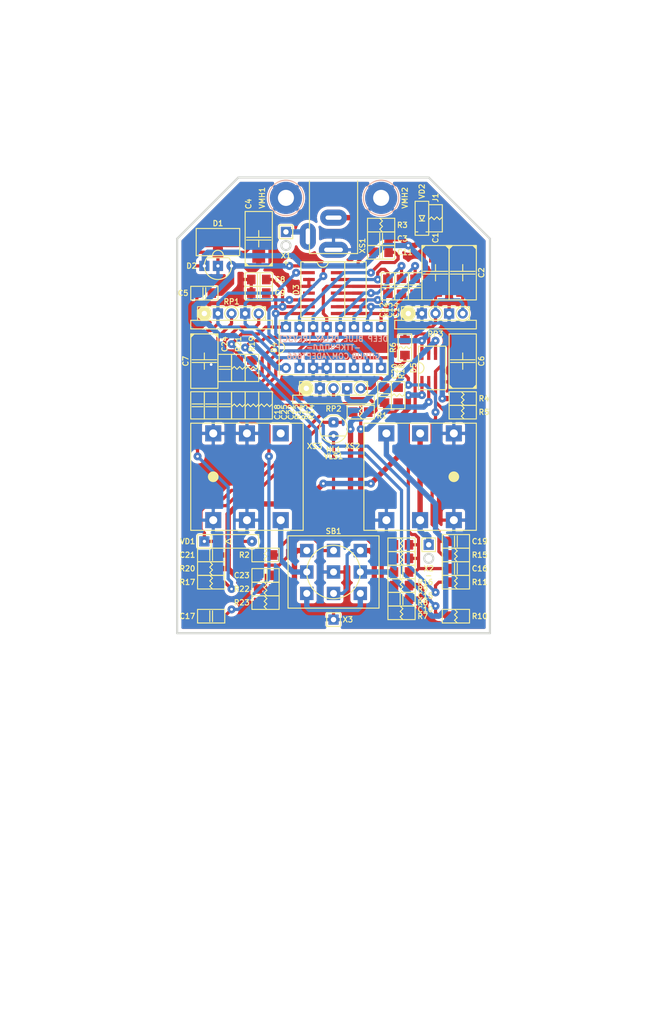
<source format=kicad_pcb>
(kicad_pcb (version 20171130) (host pcbnew 5.1.12-84ad8e8a86~92~ubuntu20.04.1)
  (title_block (title ТКП-1.17.C-1) (date 2024-07-10) (rev 3C) (company "Deep Blue Delay [REV3C]") (comment 1 http://github.com/Adept666) (comment 2 "Igor Ivanov (Игорь Иванов)") (comment 3 -ТТКРЧПДЛ-) (comment 4 "This project is licensed under GNU General Public License v3.0 or later"))
  (layers (0 F.Cu signal) (31 B.Cu signal) (35 F.Paste user) (36 B.SilkS user) (37 F.SilkS user) (38 B.Mask user) (39 F.Mask user) (44 Edge.Cuts user))
  (net 0 "")
  (net 1 COM)
  (net 2 "Net-(HL1-PadC)")
  (net 3 /LED)
  (net 4 "Net-(SB1-PadNC1)")
  (net 5 /IN-CON)
  (net 6 /OUT-CON)
  (net 7 /PP3-POS)
  (net 8 /PP3-NEG)
  (net 9 "Net-(XS3-PadTN)")
  (net 10 V)
  (net 11 VA)
  (net 12 "Net-(C17-Pad1)")
  (net 13 "Net-(C19-Pad1)")
  (net 14 "Net-(C20-Pad1)")
  (net 15 "Net-(C15-Pad2)")
  (net 16 "Net-(C18-Pad1)")
  (net 17 "Net-(C20-Pad2)")
  (net 18 "Net-(C21-Pad1)")
  (net 19 "Net-(R6-Pad1)")
  (net 20 "Net-(C23-Pad2)")
  (net 21 /IN-CIR)
  (net 22 /OUT-CIR)
  (net 23 /2)
  (net 24 /7)
  (net 25 /8)
  (net 26 /16)
  (net 27 /15)
  (net 28 /14)
  (net 29 /13)
  (net 30 /12)
  (net 31 /11)
  (net 32 /10)
  (net 33 /9)
  (net 34 /6)
  (net 35 "Net-(D4-Pad5)")
  (net 36 "Net-(J1-Pad1)")
  (net 37 VREF)
  (net 38 "Net-(HL1-PadA)")
  (net 39 "Net-(D3-Pad5)")
  (net 40 "Net-(C10-Pad2)")
  (net 41 "Net-(C15-Pad1)")
  (net 42 "Net-(C16-Pad2)")
  (net 43 "Net-(C18-Pad2)")
  (net 44 "Net-(C21-Pad2)")
  (net 45 "Net-(C22-Pad1)")
  (net 46 "Net-(C24-Pad1)")
  (net 47 "Net-(C24-Pad2)")
  (net 48 "Net-(R3-Pad1)")
  (module SBKCL-TH-ML:RPB-18-1x17-1.6-PNL-7.4-2.8 (layer F.Cu) (at 105.41 122.12)
    (fp_text reference RP2 (at 0 15.04) (layer F.SilkS) (effects (font (thickness 0.2))))
    (fp_text value B50K)
    (pad 3 thru_hole circle (at 5.08 11.23) (size 1.9 1.9) (drill 1) (layers *.Cu *.Mask) (net 17 "Net-(C20-Pad2)"))
    (pad NC2 thru_hole rect (at 2.54 11.23) (size 1.9 1.9) (drill 0.9) (layers *.Cu *.Mask) (net 10 V))
    (pad 2 thru_hole circle (at 0 11.23) (size 1.9 1.9) (drill 1) (layers *.Cu *.Mask) (net 45 "Net-(C22-Pad1)"))
    (pad NC1 thru_hole rect (at -2.54 11.23) (size 1.9 1.9) (drill 0.9) (layers *.Cu *.Mask) (net 1 COM))
    (pad 1 thru_hole circle (at -5.08 11.23) (size 1.9 1.9) (drill 1) (layers *.Cu *.Mask) (net 1 COM))
  )
  (module SBKCL-TH-ML:RPB-18-1x17-1.6-PNL-7.4-2.8 (layer F.Cu) (at 86.36 108.15)
    (fp_text reference RP1 (at 0 9.0075) (layer F.SilkS) (effects (font (thickness 0.2))))
    (fp_text value B50K)
    (pad 3 thru_hole circle (at 5.08 11.23) (size 1.9 1.9) (drill 1) (layers *.Cu *.Mask) (net 46 "Net-(C24-Pad1)"))
    (pad NC2 thru_hole rect (at 2.54 11.23) (size 1.9 1.9) (drill 0.9) (layers *.Cu *.Mask) (net 34 /6))
    (pad 2 thru_hole circle (at 0 11.23) (size 1.9 1.9) (drill 1) (layers *.Cu *.Mask) (net 43 "Net-(C18-Pad2)"))
    (pad NC1 thru_hole rect (at -2.54 11.23) (size 1.9 1.9) (drill 0.9) (layers *.Cu *.Mask) (net 23 /2))
    (pad 1 thru_hole circle (at -5.08 11.23) (size 1.9 1.9) (drill 1) (layers *.Cu *.Mask) (net 1 COM))
  )
  (module SBKCL-TH-ML:RPB-18-1x17-1.6-PNL-7.4-2.8 (layer F.Cu) (at 124.46 108.15)
    (fp_text reference RP3 (at 0 15.04) (layer F.SilkS) (effects (font (thickness 0.2))))
    (fp_text value B50K)
    (pad 3 thru_hole circle (at 5.08 11.23) (size 1.9 1.9) (drill 1) (layers *.Cu *.Mask) (net 19 "Net-(R6-Pad1)"))
    (pad NC2 thru_hole rect (at 2.54 11.23) (size 1.9 1.9) (drill 0.9) (layers *.Cu *.Mask) (net 1 COM))
    (pad 2 thru_hole circle (at 0 11.23) (size 1.9 1.9) (drill 1) (layers *.Cu *.Mask) (net 19 "Net-(R6-Pad1)"))
    (pad NC1 thru_hole rect (at -2.54 11.23) (size 1.9 1.9) (drill 0.9) (layers *.Cu *.Mask) (net 1 COM))
    (pad 1 thru_hole circle (at -5.08 11.23) (size 1.9 1.9) (drill 1) (layers *.Cu *.Mask) (net 1 COM))
  )
  (module SBEL:B013_E1 (layer F.Cu) (at 105.41 148.59)
    (fp_text reference VE1 hide)
    (fp_text value B013 hide)
  )
  (module SBKCL-TH-ML:P-SOD-123-OR-DO-35-V2 (layer F.Cu) (at 85.725 161.925 180)
    (fp_text reference VD1 (at 6.0325 0 180) (layer F.SilkS) (effects (font (thickness 0.2)) (justify right)))
    (fp_text value X)
    (pad A smd rect (at -1.7 0 180) (size 1.6 0.8) (layers F.Cu F.Paste F.Mask) (net 3 /LED))
    (pad C smd rect (at 1.7 0 180) (size 1.6 0.8) (layers F.Cu F.Paste F.Mask) (net 38 "Net-(HL1-PadA)"))
    (pad A thru_hole circle (at -4.445 0 180) (size 1.9 1.9) (drill 0.6) (layers *.Cu *.Mask) (net 3 /LED))
    (pad C thru_hole rect (at 4.445 0 180) (size 1.9 1.9) (drill 0.6) (layers *.Cu *.Mask) (net 38 "Net-(HL1-PadA)"))
  )
  (module KCL-SM:R-SM-1206 (layer F.Cu) (at 110.49 137.795 180)
    (fp_text reference R1 (at -2.8575 -0.635 180) (layer F.SilkS) (effects (font (thickness 0.2)) (justify left)))
    (fp_text value 0)
    (pad 2 smd rect (at 1.4 0 180) (size 1.6 1.8) (layers F.Cu F.Paste F.Mask) (net 38 "Net-(HL1-PadA)"))
    (pad 1 smd rect (at -1.4 0 180) (size 1.6 1.8) (layers F.Cu F.Paste F.Mask) (net 10 V))
  )
  (module KCL-TH-ML:SW-PBS-24-302SP-2.5-PNL-13.0 (layer F.Cu) (at 105.41 167.64)
    (fp_text reference SB1 (at 0 -7.62) (layer F.SilkS) (effects (font (thickness 0.2))))
    (fp_text value PBS-24-302SP)
    (pad COM3 thru_hole rect (at 5 0) (size 2.5 2.5) (drill 1.3) (layers *.Cu *.Mask) (net 5 /IN-CON))
    (pad NC3 thru_hole rect (at 5 4) (size 2.5 2.5) (drill 1.3) (layers *.Cu *.Mask) (net 4 "Net-(SB1-PadNC1)"))
    (pad NO3 thru_hole rect (at 5 -4) (size 2.5 2.5) (drill 1.3) (layers *.Cu *.Mask) (net 21 /IN-CIR))
    (pad COM2 thru_hole rect (at 0 0) (size 2.5 2.5) (drill 1.3) (layers *.Cu *.Mask) (net 1 COM))
    (pad NC2 thru_hole rect (at 0 4) (size 2.5 2.5) (drill 1.3) (layers *.Cu *.Mask) (net 21 /IN-CIR))
    (pad NO2 thru_hole rect (at 0 -4) (size 2.5 2.5) (drill 1.3) (layers *.Cu *.Mask) (net 3 /LED))
    (pad NO1 thru_hole rect (at -5 -4) (size 2.5 2.5) (drill 1.3) (layers *.Cu *.Mask) (net 22 /OUT-CIR))
    (pad COM1 thru_hole rect (at -5 0) (size 2.5 2.5) (drill 1.3) (layers *.Cu *.Mask) (net 6 /OUT-CON))
    (pad NC1 thru_hole rect (at -5 4) (size 2.5 2.5) (drill 1.3) (layers *.Cu *.Mask) (net 4 "Net-(SB1-PadNC1)"))
  )
  (module KCL-SM:R-SM-1206 (layer F.Cu) (at 82.55 167.005)
    (fp_text reference R20 (at -2.8575 0) (layer F.SilkS) (effects (font (thickness 0.2)) (justify right)))
    (fp_text value 123)
    (pad 2 smd rect (at 1.4 0) (size 1.6 1.8) (layers F.Cu F.Paste F.Mask) (net 44 "Net-(C21-Pad2)"))
    (pad 1 smd rect (at -1.4 0) (size 1.6 1.8) (layers F.Cu F.Paste F.Mask) (net 18 "Net-(C21-Pad1)"))
  )
  (module KCL-SM:R-SM-1206 (layer F.Cu) (at 118.11 162.56 180)
    (fp_text reference R16 (at -2.8575 -6.985 180) (layer F.SilkS) (effects (font (thickness 0.2)) (justify left)))
    (fp_text value 223)
    (pad 1 smd rect (at -1.4 0 180) (size 1.6 1.8) (layers F.Cu F.Paste F.Mask) (net 15 "Net-(C15-Pad2)"))
    (pad 2 smd rect (at 1.4 0 180) (size 1.6 1.8) (layers F.Cu F.Paste F.Mask) (net 18 "Net-(C21-Pad1)"))
  )
  (module KCL-SM:R-SM-1206 (layer F.Cu) (at 128.27 164.465)
    (fp_text reference R15 (at 2.8575 0) (layer F.SilkS) (effects (font (thickness 0.2)) (justify left)))
    (fp_text value 103)
    (pad 1 smd rect (at -1.4 0) (size 1.6 1.8) (layers F.Cu F.Paste F.Mask) (net 13 "Net-(C19-Pad1)"))
    (pad 2 smd rect (at 1.4 0) (size 1.6 1.8) (layers F.Cu F.Paste F.Mask) (net 42 "Net-(C16-Pad2)"))
  )
  (module KCL-SM:R-SM-1206 (layer F.Cu) (at 118.11 165.1)
    (fp_text reference R9 (at 2.8575 5.715) (layer F.SilkS) (effects (font (thickness 0.2)) (justify left)))
    (fp_text value 364)
    (pad 1 smd rect (at -1.4 0) (size 1.6 1.8) (layers F.Cu F.Paste F.Mask) (net 41 "Net-(C15-Pad1)"))
    (pad 2 smd rect (at 1.4 0) (size 1.6 1.8) (layers F.Cu F.Paste F.Mask) (net 15 "Net-(C15-Pad2)"))
  )
  (module KCL-SM:R-SM-1206 (layer F.Cu) (at 118.11 170.18 180)
    (fp_text reference R8 (at -2.8575 -3.175 180) (layer F.SilkS) (effects (font (thickness 0.2)) (justify left)))
    (fp_text value 184)
    (pad 1 smd rect (at -1.4 0 180) (size 1.6 1.8) (layers F.Cu F.Paste F.Mask) (net 40 "Net-(C10-Pad2)"))
    (pad 2 smd rect (at 1.4 0 180) (size 1.6 1.8) (layers F.Cu F.Paste F.Mask) (net 41 "Net-(C15-Pad1)"))
  )
  (module KCL-SM:C-SM-1206 (layer F.Cu) (at 82.55 164.465)
    (fp_text reference C21 (at -2.8575 0) (layer F.SilkS) (effects (font (thickness 0.2)) (justify right)))
    (fp_text value 101)
    (pad 2 smd rect (at 1.4 0) (size 1.6 1.8) (layers F.Cu F.Paste F.Mask) (net 44 "Net-(C21-Pad2)"))
    (pad 1 smd rect (at -1.4 0) (size 1.6 1.8) (layers F.Cu F.Paste F.Mask) (net 18 "Net-(C21-Pad1)"))
  )
  (module KCL-SM:C-SM-1206 (layer F.Cu) (at 80.01 136.525 90)
    (fp_text reference C18 (at -2.8575 14.9225 90) (layer F.SilkS) (effects (font (thickness 0.2)) (justify left)))
    (fp_text value 105)
    (pad 1 smd rect (at -1.4 0 90) (size 1.6 1.8) (layers F.Cu F.Paste F.Mask) (net 16 "Net-(C18-Pad1)"))
    (pad 2 smd rect (at 1.4 0 90) (size 1.6 1.8) (layers F.Cu F.Paste F.Mask) (net 43 "Net-(C18-Pad2)"))
  )
  (module KCL-SM:C-SM-1206 (layer F.Cu) (at 118.11 167.64)
    (fp_text reference C15 (at 2.8575 4.445) (layer F.SilkS) (effects (font (thickness 0.2)) (justify left)))
    (fp_text value 470)
    (pad 1 smd rect (at -1.4 0) (size 1.6 1.8) (layers F.Cu F.Paste F.Mask) (net 41 "Net-(C15-Pad1)"))
    (pad 2 smd rect (at 1.4 0) (size 1.6 1.8) (layers F.Cu F.Paste F.Mask) (net 15 "Net-(C15-Pad2)"))
  )
  (module KCL-SM:C-SM-1206 (layer F.Cu) (at 85.09 136.525 270)
    (fp_text reference C22 (at 2.8575 -12.3825 270) (layer F.SilkS) (effects (font (thickness 0.2)) (justify left)))
    (fp_text value 473)
    (pad 1 smd rect (at -1.4 0 270) (size 1.6 1.8) (layers F.Cu F.Paste F.Mask) (net 45 "Net-(C22-Pad1)"))
    (pad 2 smd rect (at 1.4 0 270) (size 1.6 1.8) (layers F.Cu F.Paste F.Mask) (net 1 COM))
  )
  (module KCL-SM:C-SM-1206 (layer F.Cu) (at 128.27 161.925)
    (fp_text reference C19 (at 2.8575 0) (layer F.SilkS) (effects (font (thickness 0.2)) (justify left)))
    (fp_text value 472)
    (pad 1 smd rect (at -1.4 0) (size 1.6 1.8) (layers F.Cu F.Paste F.Mask) (net 13 "Net-(C19-Pad1)"))
    (pad 2 smd rect (at 1.4 0) (size 1.6 1.8) (layers F.Cu F.Paste F.Mask) (net 1 COM))
  )
  (module KCL-SM:R-SM-1206 (layer F.Cu) (at 92.71 136.525 270)
    (fp_text reference R14 (at 2.8575 -8.5725 270) (layer F.SilkS) (effects (font (thickness 0.2)) (justify left)))
    (fp_text value 103)
    (pad 1 smd rect (at -1.4 0 270) (size 1.6 1.8) (layers F.Cu F.Paste F.Mask) (net 30 /12))
    (pad 2 smd rect (at 1.4 0 270) (size 1.6 1.8) (layers F.Cu F.Paste F.Mask) (net 12 "Net-(C17-Pad1)"))
  )
  (module KCL-SM:R-SM-1206 (layer F.Cu) (at 90.17 136.525 270)
    (fp_text reference R13 (at 2.8575 -9.8425 270) (layer F.SilkS) (effects (font (thickness 0.2)) (justify left)))
    (fp_text value 103)
    (pad 1 smd rect (at -1.4 0 270) (size 1.6 1.8) (layers F.Cu F.Paste F.Mask) (net 29 /13))
    (pad 2 smd rect (at 1.4 0 270) (size 1.6 1.8) (layers F.Cu F.Paste F.Mask) (net 12 "Net-(C17-Pad1)"))
  )
  (module KCL-SM:R-SM-1206 (layer F.Cu) (at 128.27 169.545)
    (fp_text reference R11 (at 2.8575 0) (layer F.SilkS) (effects (font (thickness 0.2)) (justify left)))
    (fp_text value 103)
    (pad 1 smd rect (at -1.4 0) (size 1.6 1.8) (layers F.Cu F.Paste F.Mask) (net 27 /15))
    (pad 2 smd rect (at 1.4 0) (size 1.6 1.8) (layers F.Cu F.Paste F.Mask) (net 13 "Net-(C19-Pad1)"))
  )
  (module KCL-SM:R-SM-1206 (layer F.Cu) (at 128.27 175.895)
    (fp_text reference R10 (at 2.8575 0) (layer F.SilkS) (effects (font (thickness 0.2)) (justify left)))
    (fp_text value 103)
    (pad 2 smd rect (at 1.4 0) (size 1.6 1.8) (layers F.Cu F.Paste F.Mask) (net 13 "Net-(C19-Pad1)"))
    (pad 1 smd rect (at -1.4 0) (size 1.6 1.8) (layers F.Cu F.Paste F.Mask) (net 26 /16))
  )
  (module KCL-SM:C-SM-1206 (layer F.Cu) (at 120.65 114.3 270)
    (fp_text reference C14 (at 2.8575 3.4925 270) (layer F.SilkS) (effects (font (thickness 0.2)) (justify right)))
    (fp_text value 104)
    (pad 1 smd rect (at -1.4 0 270) (size 1.6 1.8) (layers F.Cu F.Paste F.Mask) (net 32 /10))
    (pad 2 smd rect (at 1.4 0 270) (size 1.6 1.8) (layers F.Cu F.Paste F.Mask) (net 33 /9))
  )
  (module KCL-SM:C-SM-1206 (layer F.Cu) (at 118.11 114.3 270)
    (fp_text reference C13 (at 2.8575 2.2225 270) (layer F.SilkS) (effects (font (thickness 0.2)) (justify right)))
    (fp_text value 104)
    (pad 1 smd rect (at -1.4 0 270) (size 1.6 1.8) (layers F.Cu F.Paste F.Mask) (net 30 /12))
    (pad 2 smd rect (at 1.4 0 270) (size 1.6 1.8) (layers F.Cu F.Paste F.Mask) (net 31 /11))
  )
  (module KCL-SM:C-SM-1206 (layer F.Cu) (at 115.57 114.3 270)
    (fp_text reference C12 (at 2.8575 0.9525 270) (layer F.SilkS) (effects (font (thickness 0.2)) (justify right)))
    (fp_text value 222)
    (pad 1 smd rect (at -1.4 0 270) (size 1.6 1.8) (layers F.Cu F.Paste F.Mask) (net 28 /14))
    (pad 2 smd rect (at 1.4 0 270) (size 1.6 1.8) (layers F.Cu F.Paste F.Mask) (net 29 /13))
  )
  (module KCL-SM:C-SM-1206 (layer F.Cu) (at 114.3 107.95)
    (fp_text reference C11 (at 2.8575 0) (layer F.SilkS) (effects (font (thickness 0.2)) (justify left)))
    (fp_text value 222)
    (pad 1 smd rect (at -1.4 0) (size 1.6 1.8) (layers F.Cu F.Paste F.Mask) (net 26 /16))
    (pad 2 smd rect (at 1.4 0) (size 1.6 1.8) (layers F.Cu F.Paste F.Mask) (net 27 /15))
  )
  (module KCL-SM:C-SM-1206 (layer F.Cu) (at 91.44 115.57)
    (fp_text reference C9 (at 2.8575 0) (layer F.SilkS) (effects (font (thickness 0.2)) (justify left)))
    (fp_text value 104)
    (pad 2 smd rect (at 1.4 0) (size 1.6 1.8) (layers F.Cu F.Paste F.Mask) (net 25 /8))
    (pad 1 smd rect (at -1.4 0) (size 1.6 1.8) (layers F.Cu F.Paste F.Mask) (net 1 COM))
  )
  (module KCL-SM:C-SM-1206 (layer F.Cu) (at 91.44 113.03)
    (fp_text reference C8 (at 2.8575 0) (layer F.SilkS) (effects (font (thickness 0.2)) (justify left)))
    (fp_text value 104)
    (pad 1 smd rect (at -1.4 0) (size 1.6 1.8) (layers F.Cu F.Paste F.Mask) (net 1 COM))
    (pad 2 smd rect (at 1.4 0) (size 1.6 1.8) (layers F.Cu F.Paste F.Mask) (net 24 /7))
  )
  (module KCL-SM:R-SM-1206 (layer F.Cu) (at 92.71 173.355)
    (fp_text reference R23 (at -2.8575 0) (layer F.SilkS) (effects (font (thickness 0.2)) (justify right)))
    (fp_text value 104)
    (pad 2 smd rect (at 1.4 0) (size 1.6 1.8) (layers F.Cu F.Paste F.Mask) (net 22 /OUT-CIR))
    (pad 1 smd rect (at -1.4 0) (size 1.6 1.8) (layers F.Cu F.Paste F.Mask) (net 1 COM))
  )
  (module KCL-SM:R-SM-1206 (layer F.Cu) (at 118.11 175.26 180)
    (fp_text reference R7 (at -2.8575 -0.635 180) (layer F.SilkS) (effects (font (thickness 0.2)) (justify left)))
    (fp_text value 105)
    (pad 1 smd rect (at -1.4 0 180) (size 1.6 1.8) (layers F.Cu F.Paste F.Mask) (net 1 COM))
    (pad 2 smd rect (at 1.4 0 180) (size 1.6 1.8) (layers F.Cu F.Paste F.Mask) (net 21 /IN-CIR))
  )
  (module KCL-SM:R-SM-1206 (layer F.Cu) (at 92.71 164.465)
    (fp_text reference R2 (at -2.8575 0) (layer F.SilkS) (effects (font (thickness 0.2)) (justify right)))
    (fp_text value 103)
    (pad 1 smd rect (at -1.4 0) (size 1.6 1.8) (layers F.Cu F.Paste F.Mask) (net 3 /LED))
    (pad 2 smd rect (at 1.4 0) (size 1.6 1.8) (layers F.Cu F.Paste F.Mask) (net 2 "Net-(HL1-PadC)"))
  )
  (module KCL-SM:R-SM-1206 (layer F.Cu) (at 124.46 101.6 270)
    (fp_text reference J1 (at -2.8575 0 270) (layer F.SilkS) (effects (font (thickness 0.2)) (justify left)))
    (fp_text value X)
    (pad 2 smd rect (at 1.4 0 270) (size 1.6 1.8) (layers F.Cu F.Paste F.Mask) (net 10 V))
    (pad 1 smd rect (at -1.4 0 270) (size 1.6 1.8) (layers F.Cu F.Paste F.Mask) (net 36 "Net-(J1-Pad1)"))
  )
  (module KCL-SM:CP-CTSMD-D (layer F.Cu) (at 129.54 111.76 270)
    (fp_text reference C2 (at 0 -3.4925 270) (layer F.SilkS) (effects (font (thickness 0.2))))
    (fp_text value X)
    (pad - smd rect (at 3.2 0 270) (size 2.6 2.4) (layers F.Cu F.Paste F.Mask) (net 1 COM))
    (pad + smd rect (at -3.2 0 270) (size 2.6 2.4) (layers F.Cu F.Paste F.Mask) (net 10 V))
  )
  (module KCL-SM:R-SM-1206 (layer F.Cu) (at 114.3 102.87)
    (fp_text reference R3 (at 2.8575 0) (layer F.SilkS) (effects (font (thickness 0.2)) (justify left)))
    (fp_text value 0)
    (pad 1 smd rect (at -1.4 0) (size 1.6 1.8) (layers F.Cu F.Paste F.Mask) (net 48 "Net-(R3-Pad1)"))
    (pad 2 smd rect (at 1.4 0) (size 1.6 1.8) (layers F.Cu F.Paste F.Mask) (net 36 "Net-(J1-Pad1)"))
  )
  (module KCL-SM:R-SM-1206 (layer F.Cu) (at 129.54 137.795 180)
    (fp_text reference R5 (at -2.8575 0 180) (layer F.SilkS) (effects (font (thickness 0.2)) (justify left)))
    (fp_text value 103)
    (pad 1 smd rect (at -1.4 0 180) (size 1.6 1.8) (layers F.Cu F.Paste F.Mask) (net 1 COM))
    (pad 2 smd rect (at 1.4 0 180) (size 1.6 1.8) (layers F.Cu F.Paste F.Mask) (net 37 VREF))
  )
  (module KCL-SM:R-SM-1206 (layer F.Cu) (at 129.54 135.255 180)
    (fp_text reference R4 (at -2.8575 0 180) (layer F.SilkS) (effects (font (thickness 0.2)) (justify left)))
    (fp_text value 103)
    (pad 2 smd rect (at 1.4 0 180) (size 1.6 1.8) (layers F.Cu F.Paste F.Mask) (net 10 V))
    (pad 1 smd rect (at -1.4 0 180) (size 1.6 1.8) (layers F.Cu F.Paste F.Mask) (net 37 VREF))
  )
  (module KCL-SM:C-SM-1206 (layer F.Cu) (at 81.28 115.57 180)
    (fp_text reference C5 (at 2.8575 0 180) (layer F.SilkS) (effects (font (thickness 0.2)) (justify right)))
    (fp_text value 104)
    (pad 2 smd rect (at 1.4 0 180) (size 1.6 1.8) (layers F.Cu F.Paste F.Mask) (net 1 COM))
    (pad 1 smd rect (at -1.4 0 180) (size 1.6 1.8) (layers F.Cu F.Paste F.Mask) (net 11 VA))
  )
  (module KCL-SM:C-SM-1206 (layer F.Cu) (at 114.3 105.41 180)
    (fp_text reference C3 (at -2.8575 0 180) (layer F.SilkS) (effects (font (thickness 0.2)) (justify left)))
    (fp_text value 104)
    (pad 1 smd rect (at -1.4 0 180) (size 1.6 1.8) (layers F.Cu F.Paste F.Mask) (net 10 V))
    (pad 2 smd rect (at 1.4 0 180) (size 1.6 1.8) (layers F.Cu F.Paste F.Mask) (net 1 COM))
  )
  (module KCL-SM:P-SO-08-OUT-GND-GND-NC-NC-GND-GND-IN (layer F.Cu) (at 83.82 106.045 180)
    (fp_text reference D1 (at 0 3.4925 180) (layer F.SilkS) (effects (font (thickness 0.2))))
    (fp_text value 78L05)
    (pad IN smd rect (at 2.6 -1.905 180) (size 2.2 0.6) (layers F.Cu F.Paste F.Mask) (net 10 V))
    (pad GND smd rect (at 2.6 -0.635 180) (size 2.2 0.6) (layers F.Cu F.Paste F.Mask) (net 1 COM))
    (pad GND smd rect (at 2.6 0.635 180) (size 2.2 0.6) (layers F.Cu F.Paste F.Mask) (net 1 COM))
    (pad NC smd rect (at 2.6 1.905 180) (size 2.2 0.6) (layers F.Cu F.Paste F.Mask) (net 1 COM))
    (pad NC smd rect (at -2.6 1.905 180) (size 2.2 0.6) (layers F.Cu F.Paste F.Mask) (net 1 COM))
    (pad GND smd rect (at -2.6 0.635 180) (size 2.2 0.6) (layers F.Cu F.Paste F.Mask) (net 1 COM))
    (pad GND smd rect (at -2.6 -0.635 180) (size 2.2 0.6) (layers F.Cu F.Paste F.Mask) (net 1 COM))
    (pad OUT smd rect (at -2.6 -1.905 180) (size 2.2 0.6) (layers F.Cu F.Paste F.Mask) (net 11 VA))
  )
  (module KCL-TH-ML:P-TO-92-OUT-GND-IN (layer F.Cu) (at 83.82 110.49 180)
    (fp_text reference D2 (at 3.81 0 180) (layer F.SilkS) (effects (font (thickness 0.2)) (justify right)))
    (fp_text value 78L05)
    (pad IN thru_hole rect (at 2.54 0 180) (size 1.9 1.9) (drill 0.6) (layers *.Cu *.Mask) (net 10 V))
    (pad GND thru_hole rect (at 0 0 180) (size 1.9 1.9) (drill 0.6) (layers *.Cu *.Mask) (net 1 COM))
    (pad OUT thru_hole circle (at -2.54 0 180) (size 1.9 1.9) (drill 0.6) (layers *.Cu *.Mask) (net 11 VA))
  )
  (module KCL-TH-ML:P-DIP-16 (layer F.Cu) (at 105.41 125.73 90)
    (fp_text reference D4 (at 0 -11.1125 90) (layer F.SilkS) (effects (font (thickness 0.2))))
    (fp_text value 8970)
    (pad 10 thru_hole rect (at 3.81 6.35 90) (size 1.9 1.9) (drill 1) (layers *.Cu *.Mask) (net 32 /10))
    (pad 9 thru_hole rect (at 3.81 8.89 90) (size 1.9 1.9) (drill 1) (layers *.Cu *.Mask) (net 33 /9))
    (pad 12 thru_hole rect (at 3.81 1.27 90) (size 1.9 1.9) (drill 1) (layers *.Cu *.Mask) (net 30 /12))
    (pad 11 thru_hole rect (at 3.81 3.81 90) (size 1.9 1.9) (drill 1) (layers *.Cu *.Mask) (net 31 /11))
    (pad 8 thru_hole rect (at -3.81 8.89 90) (size 1.9 1.9) (drill 1) (layers *.Cu *.Mask) (net 25 /8))
    (pad 6 thru_hole rect (at -3.81 3.81 90) (size 1.9 1.9) (drill 1) (layers *.Cu *.Mask) (net 34 /6))
    (pad 7 thru_hole rect (at -3.81 6.35 90) (size 1.9 1.9) (drill 1) (layers *.Cu *.Mask) (net 24 /7))
    (pad 5 thru_hole rect (at -3.81 1.27 90) (size 1.9 1.9) (drill 1) (layers *.Cu *.Mask) (net 35 "Net-(D4-Pad5)"))
    (pad 16 thru_hole rect (at 3.81 -8.89 90) (size 1.9 1.9) (drill 1) (layers *.Cu *.Mask) (net 26 /16))
    (pad 15 thru_hole rect (at 3.81 -6.35 90) (size 1.9 1.9) (drill 1) (layers *.Cu *.Mask) (net 27 /15))
    (pad 14 thru_hole rect (at 3.81 -3.81 90) (size 1.9 1.9) (drill 1) (layers *.Cu *.Mask) (net 28 /14))
    (pad 13 thru_hole rect (at 3.81 -1.27 90) (size 1.9 1.9) (drill 1) (layers *.Cu *.Mask) (net 29 /13))
    (pad 4 thru_hole rect (at -3.81 -1.27 90) (size 1.9 1.9) (drill 1) (layers *.Cu *.Mask) (net 1 COM))
    (pad 3 thru_hole rect (at -3.81 -3.81 90) (size 1.9 1.9) (drill 1) (layers *.Cu *.Mask) (net 1 COM))
    (pad 2 thru_hole rect (at -3.81 -6.35 90) (size 1.9 1.9) (drill 1) (layers *.Cu *.Mask) (net 23 /2))
    (pad 1 thru_hole circle (at -3.81 -8.89 90) (size 1.9 1.9) (drill 1) (layers *.Cu *.Mask) (net 11 VA))
  )
  (module SBKCL-SM:P-SO-16-OR-SO-16W (layer F.Cu) (at 105.41 114.935)
    (fp_text reference D3 (at -6.985 0 90) (layer F.SilkS) (effects (font (thickness 0.2))))
    (fp_text value 8970)
    (pad 1 smd rect (at -4.6 -4.445) (size 2.2 0.6) (layers F.Cu F.Paste F.Mask) (net 11 VA))
    (pad 2 smd rect (at -4.6 -3.175) (size 2.2 0.6) (layers F.Cu F.Paste F.Mask) (net 23 /2))
    (pad 3 smd rect (at -4.6 -1.905) (size 2.2 0.6) (layers F.Cu F.Paste F.Mask) (net 1 COM))
    (pad 4 smd rect (at -4.6 -0.635) (size 2.2 0.6) (layers F.Cu F.Paste F.Mask) (net 1 COM))
    (pad 13 smd rect (at 4.6 -0.635) (size 2.2 0.6) (layers F.Cu F.Paste F.Mask) (net 29 /13))
    (pad 14 smd rect (at 4.6 -1.905) (size 2.2 0.6) (layers F.Cu F.Paste F.Mask) (net 28 /14))
    (pad 15 smd rect (at 4.6 -3.175) (size 2.2 0.6) (layers F.Cu F.Paste F.Mask) (net 27 /15))
    (pad 16 smd rect (at 4.6 -4.445) (size 2.2 0.6) (layers F.Cu F.Paste F.Mask) (net 26 /16))
    (pad 5 smd rect (at -4.6 0.635) (size 2.2 0.6) (layers F.Cu F.Paste F.Mask) (net 39 "Net-(D3-Pad5)"))
    (pad 6 smd rect (at -4.6 1.905) (size 2.2 0.6) (layers F.Cu F.Paste F.Mask) (net 34 /6))
    (pad 7 smd rect (at -4.6 3.175) (size 2.2 0.6) (layers F.Cu F.Paste F.Mask) (net 24 /7))
    (pad 8 smd rect (at -4.6 4.445) (size 2.2 0.6) (layers F.Cu F.Paste F.Mask) (net 25 /8))
    (pad 12 smd rect (at 4.6 0.635) (size 2.2 0.6) (layers F.Cu F.Paste F.Mask) (net 30 /12))
    (pad 11 smd rect (at 4.6 1.905) (size 2.2 0.6) (layers F.Cu F.Paste F.Mask) (net 31 /11))
    (pad 10 smd rect (at 4.6 3.175) (size 2.2 0.6) (layers F.Cu F.Paste F.Mask) (net 32 /10))
    (pad 9 smd rect (at 4.6 4.445) (size 2.2 0.6) (layers F.Cu F.Paste F.Mask) (net 33 /9))
    (pad 11 smd rect (at 0.6 1.905) (size 2.2 0.6) (layers F.Cu F.Paste F.Mask) (net 31 /11))
    (pad 13 smd rect (at 0.6 -0.635) (size 2.2 0.6) (layers F.Cu F.Paste F.Mask) (net 29 /13))
    (pad 12 smd rect (at 0.6 0.635) (size 2.2 0.6) (layers F.Cu F.Paste F.Mask) (net 30 /12))
    (pad 16 smd rect (at 0.6 -4.445) (size 2.2 0.6) (layers F.Cu F.Paste F.Mask) (net 26 /16))
    (pad 14 smd rect (at 0.6 -1.905) (size 2.2 0.6) (layers F.Cu F.Paste F.Mask) (net 28 /14))
    (pad 15 smd rect (at 0.6 -3.175) (size 2.2 0.6) (layers F.Cu F.Paste F.Mask) (net 27 /15))
    (pad 10 smd rect (at 0.6 3.175) (size 2.2 0.6) (layers F.Cu F.Paste F.Mask) (net 32 /10))
    (pad 9 smd rect (at 0.6 4.445) (size 2.2 0.6) (layers F.Cu F.Paste F.Mask) (net 33 /9))
  )
  (module KCL-SM:CP-CTSMD-D (layer F.Cu) (at 91.44 105.41 90)
    (fp_text reference C4 (at 5.3975 -1.905 90) (layer F.SilkS) (effects (font (thickness 0.2)) (justify left)))
    (fp_text value 476)
    (pad - smd rect (at 3.2 0 90) (size 2.6 2.4) (layers F.Cu F.Paste F.Mask) (net 1 COM))
    (pad + smd rect (at -3.2 0 90) (size 2.6 2.4) (layers F.Cu F.Paste F.Mask) (net 11 VA))
  )
  (module KCL-SM:CP-CTSMD-D (layer F.Cu) (at 124.46 111.76 270)
    (fp_text reference C1 (at -5.3975 0 270) (layer F.SilkS) (effects (font (thickness 0.2)) (justify left)))
    (fp_text value 107)
    (pad - smd rect (at 3.2 0 270) (size 2.6 2.4) (layers F.Cu F.Paste F.Mask) (net 1 COM))
    (pad + smd rect (at -3.2 0 270) (size 2.6 2.4) (layers F.Cu F.Paste F.Mask) (net 10 V))
  )
  (module KCL-SM:CP-CTSMD-D (layer F.Cu) (at 81.28 128.27 270)
    (fp_text reference C7 (at 0 3.4925 270) (layer F.SilkS) (effects (font (thickness 0.2))))
    (fp_text value 476)
    (pad + smd rect (at -3.2 0 270) (size 2.6 2.4) (layers F.Cu F.Paste F.Mask) (net 23 /2))
    (pad - smd rect (at 3.2 0 270) (size 2.6 2.4) (layers F.Cu F.Paste F.Mask) (net 1 COM))
  )
  (module KCL-SM:CP-CTSMD-D (layer F.Cu) (at 129.54 128.27 90)
    (fp_text reference C6 (at 0 3.4925 90) (layer F.SilkS) (effects (font (thickness 0.2))))
    (fp_text value 476)
    (pad - smd rect (at 3.2 0 90) (size 2.6 2.4) (layers F.Cu F.Paste F.Mask) (net 1 COM))
    (pad + smd rect (at -3.2 0 90) (size 2.6 2.4) (layers F.Cu F.Paste F.Mask) (net 37 VREF))
  )
  (module KCL-SM:P-SOD-123 (layer F.Cu) (at 121.92 101.6 270)
    (fp_text reference VD2 (at -3.4925 0 270) (layer F.SilkS) (effects (font (thickness 0.2)) (justify left)))
    (fp_text value 0520)
    (pad C smd rect (at 1.7 0 270) (size 1.6 0.8) (layers F.Cu F.Paste F.Mask) (net 10 V))
    (pad A smd rect (at -1.7 0 270) (size 1.6 0.8) (layers F.Cu F.Paste F.Mask) (net 36 "Net-(J1-Pad1)"))
  )
  (module KCL-VIRTUAL:VFM-1.0-3.0-SL (layer F.Cu) (at 128.27 172.72)
    (fp_text reference VFM3 hide)
    (fp_text value 1.0 hide)
    (pad "" smd circle (at 0 0) (size 1 1) (layers F.Cu F.Mask) (clearance 1.1))
  )
  (module KCL-VIRTUAL:VFM-1.0-3.0-SL (layer F.Cu) (at 82.55 172.72)
    (fp_text reference VFM2 hide)
    (fp_text value 1.0 hide)
    (pad "" smd circle (at 0 0) (size 1 1) (layers F.Cu F.Mask) (clearance 1.1))
  )
  (module KCL-VIRTUAL:VFM-1.0-3.0-SL (layer F.Cu) (at 128.27 104.14)
    (fp_text reference VFM1 hide)
    (fp_text value 1.0 hide)
    (pad "" smd circle (at 0 0) (size 1 1) (layers F.Cu F.Mask) (clearance 1.1))
  )
  (module KCL-TH-ML:VMH-STA-DA5-PNL-3.0 (layer F.Cu) (at 114.3 97.79)
    (fp_text reference VMH2 (at 4.445 0 90) (layer F.SilkS) (effects (font (thickness 0.2))))
    (fp_text value DI5M3x18)
    (pad 0 thru_hole circle (at 0 0) (size 6 6) (drill 3) (layers *.Cu *.Mask) (net 1 COM))
  )
  (module KCL-TH-ML:VMH-STA-DA5-PNL-3.0 (layer F.Cu) (at 96.52 97.79)
    (fp_text reference VMH1 (at -4.445 0 90) (layer F.SilkS) (effects (font (thickness 0.2))))
    (fp_text value DI5M3x18)
    (pad 0 thru_hole circle (at 0 0) (size 6 6) (drill 3) (layers *.Cu *.Mask) (net 1 COM))
  )
  (module KCL-TH-ML:LED-ROUND-05.0-UNI-SH-SPACER-PNL-5.3 (layer F.Cu) (at 105.41 140.97 90)
    (fp_text reference HL1 (at -3.81 0 180) (layer F.SilkS) (effects (font (thickness 0.2))))
    (fp_text value FYL-5013UWC)
    (pad C thru_hole circle (at -1.27 0 90) (size 1.9 1.9) (drill 0.7) (layers *.Cu *.Mask) (net 2 "Net-(HL1-PadC)"))
    (pad A thru_hole roundrect (at 1.27 0 90) (size 1.9 1.9) (drill 0.7) (layers *.Cu *.Mask) (roundrect_rratio 0.3) (net 38 "Net-(HL1-PadA)"))
  )
  (module KCL-TH-ML:CON-PAD-S-1.0-1.9 (layer F.Cu) (at 96.52 104.14)
    (fp_text reference X1 (at 0 4.445) (layer F.SilkS) (effects (font (thickness 0.2))))
    (fp_text value +)
    (pad 1 thru_hole rect (at 0 0) (size 1.9 1.9) (drill 1) (layers *.Cu *.Mask) (net 7 /PP3-POS))
  )
  (module KCL-TH-ML:CON-PAD-S-1.0-1.9 (layer F.Cu) (at 123.19 162.56)
    (fp_text reference X2 (at 0 4.445) (layer F.SilkS) (effects (font (thickness 0.2))))
    (fp_text value -)
    (pad 1 thru_hole rect (at 0 0) (size 1.9 1.9) (drill 1) (layers *.Cu *.Mask) (net 8 /PP3-NEG))
  )
  (module KCL-TH-ML:CON-PAD-S-1.0-1.9 (layer F.Cu) (at 105.41 176.53)
    (fp_text reference X3 (at 1.5875 0) (layer F.SilkS) (effects (font (thickness 0.2)) (justify left)))
    (fp_text value COM)
    (pad 1 thru_hole rect (at 0 0) (size 1.9 1.9) (drill 1) (layers *.Cu *.Mask) (net 1 COM))
  )
  (module KCL-VIRTUAL:VLS-BR-P (layer F.Cu) (at 105.41 140.97 90)
    (fp_text reference VLS1 (at -5.08 0 180) (layer F.SilkS) (effects (font (thickness 0.2))))
    (fp_text value BR-12.7)
  )
  (module SBKCL-TH-ML:CON-DC-005-9V-OVAL (layer F.Cu) (at 105.41 93.98 180)
    (fp_text reference XS1 (at -5.3975 -14.2875 270) (layer F.SilkS) (effects (font (thickness 0.2)) (justify left)))
    (fp_text value DC-005)
    (pad S thru_hole oval (at 0 -7.5 180) (size 5 3) (drill oval 3 0.8) (layers *.Cu *.Mask) (net 48 "Net-(R3-Pad1)"))
    (pad SN thru_hole oval (at 4.8 -11 180) (size 3 5) (drill oval 0.8 3) (layers *.Cu *.Mask) (net 7 /PP3-POS))
    (pad C thru_hole oval (at 0 -13.5 180) (size 5.5 3) (drill oval 3.5 0.8) (layers *.Cu *.Mask) (net 1 COM))
  )
  (module SBKCL-TH-ML:CON-PJ-644C-IN-OR-OUT (layer F.Cu) (at 78.74 149.86 270)
    (fp_text reference XS3 (at -5.715 -21.59) (layer F.SilkS) (effects (font (thickness 0.2)) (justify left)))
    (fp_text value PJ-644C)
    (pad TN thru_hole rect (at -8.1 -16.8 270) (size 3 3) (drill 1.5) (layers *.Cu *.Mask) (net 9 "Net-(XS3-PadTN)"))
    (pad RN thru_hole rect (at -8.1 -10.5 270) (size 3 3) (drill 1.5) (layers *.Cu *.Mask) (net 1 COM))
    (pad SN thru_hole rect (at -8.1 -4.2 270) (size 3 3) (drill 1.5) (layers *.Cu *.Mask) (net 1 COM))
    (pad T thru_hole rect (at 8.1 -16.8 270) (size 3 3) (drill 1.5) (layers *.Cu *.Mask) (net 6 /OUT-CON))
    (pad R thru_hole rect (at 8.1 -10.5 270) (size 3 3) (drill 1.5) (layers *.Cu *.Mask) (net 1 COM))
    (pad S thru_hole rect (at 8.1 -4.2 270) (size 3 3) (drill 1.5) (layers *.Cu *.Mask) (net 1 COM))
  )
  (module SBKCL-TH-ML:CON-PJ-644C-IN-OR-OUT (layer F.Cu) (at 132.08 149.86 90)
    (fp_text reference XS2 (at 5.715 -21.59 180) (layer F.SilkS) (effects (font (thickness 0.2)) (justify right)))
    (fp_text value PJ-644C)
    (pad TN thru_hole rect (at -8.1 -16.8 90) (size 3 3) (drill 1.5) (layers *.Cu *.Mask) (net 1 COM))
    (pad RN thru_hole rect (at -8.1 -10.5 90) (size 3 3) (drill 1.5) (layers *.Cu *.Mask) (net 8 /PP3-NEG))
    (pad SN thru_hole rect (at -8.1 -4.2 90) (size 3 3) (drill 1.5) (layers *.Cu *.Mask) (net 1 COM))
    (pad T thru_hole rect (at 8.1 -16.8 90) (size 3 3) (drill 1.5) (layers *.Cu *.Mask) (net 5 /IN-CON))
    (pad R thru_hole rect (at 8.1 -10.5 90) (size 3 3) (drill 1.5) (layers *.Cu *.Mask) (net 8 /PP3-NEG))
    (pad S thru_hole rect (at 8.1 -4.2 90) (size 3 3) (drill 1.5) (layers *.Cu *.Mask) (net 1 COM))
  )
  (module KCL-VIRTUAL:B-PP3-HV (layer F.Cu) (at 105.41 187.96)
    (fp_text reference GB1 hide)
    (fp_text value PP3 hide)
  )
  (module KCL-SM:R-SM-1206 (layer F.Cu) (at 82.55 169.545 180)
    (fp_text reference R17 (at 2.8575 0 180) (layer F.SilkS) (effects (font (thickness 0.2)) (justify right)))
    (fp_text value 203)
    (pad 2 smd rect (at 1.4 0 180) (size 1.6 1.8) (layers F.Cu F.Paste F.Mask) (net 18 "Net-(C21-Pad1)"))
    (pad 1 smd rect (at -1.4 0 180) (size 1.6 1.8) (layers F.Cu F.Paste F.Mask) (net 16 "Net-(C18-Pad1)"))
  )
  (module KCL-SM:R-SM-1206 (layer F.Cu) (at 87.63 129.54 90)
    (fp_text reference R21 (at 2.8575 0 90) (layer F.SilkS) (effects (font (thickness 0.2)) (justify left)))
    (fp_text value 202)
    (pad 1 smd rect (at -1.4 0 90) (size 1.6 1.8) (layers F.Cu F.Paste F.Mask) (net 45 "Net-(C22-Pad1)"))
    (pad 2 smd rect (at 1.4 0 90) (size 1.6 1.8) (layers F.Cu F.Paste F.Mask) (net 46 "Net-(C24-Pad1)"))
  )
  (module KCL-SM:R-SM-1206 (layer F.Cu) (at 117.475 134.62 90)
    (fp_text reference R18 (at 2.8575 0.635 90) (layer F.SilkS) (effects (font (thickness 0.2)) (justify left)))
    (fp_text value 512)
    (pad 2 smd rect (at 1.4 0 90) (size 1.6 1.8) (layers F.Cu F.Paste F.Mask) (net 13 "Net-(C19-Pad1)"))
    (pad 1 smd rect (at -1.4 0 90) (size 1.6 1.8) (layers F.Cu F.Paste F.Mask) (net 14 "Net-(C20-Pad1)"))
  )
  (module KCL-SM:R-SM-1206 (layer F.Cu) (at 92.71 170.815)
    (fp_text reference R22 (at -2.8575 0) (layer F.SilkS) (effects (font (thickness 0.2)) (justify right)))
    (fp_text value 102)
    (pad 1 smd rect (at -1.4 0) (size 1.6 1.8) (layers F.Cu F.Paste F.Mask) (net 20 "Net-(C23-Pad2)"))
    (pad 2 smd rect (at 1.4 0) (size 1.6 1.8) (layers F.Cu F.Paste F.Mask) (net 22 /OUT-CIR))
  )
  (module KCL-SM:R-SM-1206 (layer F.Cu) (at 118.745 125.73 270)
    (fp_text reference R6 (at 0 2.2225 270) (layer F.SilkS) (effects (font (thickness 0.2))))
    (fp_text value 272)
    (pad 2 smd rect (at 1.4 0 270) (size 1.6 1.8) (layers F.Cu F.Paste F.Mask) (net 34 /6))
    (pad 1 smd rect (at -1.4 0 270) (size 1.6 1.8) (layers F.Cu F.Paste F.Mask) (net 19 "Net-(R6-Pad1)"))
  )
  (module KCL-SM:P-SO-08 (layer F.Cu) (at 123.825 129.54 90)
    (fp_text reference D5 (at 0 -3.4925 90) (layer F.SilkS) (effects (font (thickness 0.2))))
    (fp_text value 5532)
    (pad 8 smd rect (at 2.6 -1.905 90) (size 2.2 0.6) (layers F.Cu F.Paste F.Mask) (net 10 V))
    (pad 7 smd rect (at 2.6 -0.635 90) (size 2.2 0.6) (layers F.Cu F.Paste F.Mask) (net 15 "Net-(C15-Pad2)"))
    (pad 6 smd rect (at 2.6 0.635 90) (size 2.2 0.6) (layers F.Cu F.Paste F.Mask) (net 41 "Net-(C15-Pad1)"))
    (pad 5 smd rect (at 2.6 1.905 90) (size 2.2 0.6) (layers F.Cu F.Paste F.Mask) (net 37 VREF))
    (pad 4 smd rect (at -2.6 1.905 90) (size 2.2 0.6) (layers F.Cu F.Paste F.Mask) (net 1 COM))
    (pad 3 smd rect (at -2.6 0.635 90) (size 2.2 0.6) (layers F.Cu F.Paste F.Mask) (net 37 VREF))
    (pad 2 smd rect (at -2.6 -0.635 90) (size 2.2 0.6) (layers F.Cu F.Paste F.Mask) (net 18 "Net-(C21-Pad1)"))
    (pad 1 smd rect (at -2.6 -1.905 90) (size 2.2 0.6) (layers F.Cu F.Paste F.Mask) (net 44 "Net-(C21-Pad2)"))
  )
  (module KCL-SM:R-SM-1206 (layer F.Cu) (at 90.17 129.54 90)
    (fp_text reference R19 (at 2.8575 0 90) (layer F.SilkS) (effects (font (thickness 0.2)) (justify left)))
    (fp_text value 102)
    (pad 2 smd rect (at 1.4 0 90) (size 1.6 1.8) (layers F.Cu F.Paste F.Mask) (net 47 "Net-(C24-Pad2)"))
    (pad 1 smd rect (at -1.4 0 90) (size 1.6 1.8) (layers F.Cu F.Paste F.Mask) (net 28 /14))
  )
  (module KCL-SM:R-SM-1206 (layer F.Cu) (at 87.63 136.525 270)
    (fp_text reference R12 (at 2.8575 -11.1125 270) (layer F.SilkS) (effects (font (thickness 0.2)) (justify left)))
    (fp_text value 203)
    (pad 2 smd rect (at 1.4 0 270) (size 1.6 1.8) (layers F.Cu F.Paste F.Mask) (net 12 "Net-(C17-Pad1)"))
    (pad 1 smd rect (at -1.4 0 270) (size 1.6 1.8) (layers F.Cu F.Paste F.Mask) (net 28 /14))
  )
  (module KCL-SM:C-SM-1206 (layer F.Cu) (at 118.11 172.72)
    (fp_text reference C10 (at 2.8575 1.905) (layer F.SilkS) (effects (font (thickness 0.2)) (justify left)))
    (fp_text value 223)
    (pad 1 smd rect (at -1.4 0) (size 1.6 1.8) (layers F.Cu F.Paste F.Mask) (net 21 /IN-CIR))
    (pad 2 smd rect (at 1.4 0) (size 1.6 1.8) (layers F.Cu F.Paste F.Mask) (net 40 "Net-(C10-Pad2)"))
  )
  (module KCL-SM:C-SM-1206 (layer F.Cu) (at 114.935 134.62 90)
    (fp_text reference C20 (at 2.8575 1.905 90) (layer F.SilkS) (effects (font (thickness 0.2)) (justify left)))
    (fp_text value 223)
    (pad 2 smd rect (at 1.4 0 90) (size 1.6 1.8) (layers F.Cu F.Paste F.Mask) (net 17 "Net-(C20-Pad2)"))
    (pad 1 smd rect (at -1.4 0 90) (size 1.6 1.8) (layers F.Cu F.Paste F.Mask) (net 14 "Net-(C20-Pad1)"))
  )
  (module KCL-SM:C-SM-1206 (layer F.Cu) (at 92.71 168.275)
    (fp_text reference C23 (at -2.8575 0) (layer F.SilkS) (effects (font (thickness 0.2)) (justify right)))
    (fp_text value 105)
    (pad 1 smd rect (at -1.4 0) (size 1.6 1.8) (layers F.Cu F.Paste F.Mask) (net 44 "Net-(C21-Pad2)"))
    (pad 2 smd rect (at 1.4 0) (size 1.6 1.8) (layers F.Cu F.Paste F.Mask) (net 20 "Net-(C23-Pad2)"))
  )
  (module KCL-SM:C-SM-1206 (layer F.Cu) (at 82.55 136.525 270)
    (fp_text reference C25 (at 2.8575 -13.6525 270) (layer F.SilkS) (effects (font (thickness 0.2)) (justify left)))
    (fp_text value 103)
    (pad 2 smd rect (at 1.4 0 270) (size 1.6 1.8) (layers F.Cu F.Paste F.Mask) (net 1 COM))
    (pad 1 smd rect (at -1.4 0 270) (size 1.6 1.8) (layers F.Cu F.Paste F.Mask) (net 47 "Net-(C24-Pad2)"))
  )
  (module KCL-SM:C-SM-1206 (layer F.Cu) (at 128.27 167.005)
    (fp_text reference C16 (at 2.8575 0) (layer F.SilkS) (effects (font (thickness 0.2)) (justify left)))
    (fp_text value 105)
    (pad 1 smd rect (at -1.4 0) (size 1.6 1.8) (layers F.Cu F.Paste F.Mask) (net 15 "Net-(C15-Pad2)"))
    (pad 2 smd rect (at 1.4 0) (size 1.6 1.8) (layers F.Cu F.Paste F.Mask) (net 42 "Net-(C16-Pad2)"))
  )
  (module KCL-SM:C-SM-1206 (layer F.Cu) (at 85.09 129.54 270)
    (fp_text reference C24 (at -2.8575 0 270) (layer F.SilkS) (effects (font (thickness 0.2)) (justify left)))
    (fp_text value 105)
    (pad 1 smd rect (at -1.4 0 270) (size 1.6 1.8) (layers F.Cu F.Paste F.Mask) (net 46 "Net-(C24-Pad1)"))
    (pad 2 smd rect (at 1.4 0 270) (size 1.6 1.8) (layers F.Cu F.Paste F.Mask) (net 47 "Net-(C24-Pad2)"))
  )
  (module KCL-SM:C-SM-1206 (layer F.Cu) (at 82.55 175.895 180)
    (fp_text reference C17 (at 2.8575 0 180) (layer F.SilkS) (effects (font (thickness 0.2)) (justify right)))
    (fp_text value 153)
    (pad 1 smd rect (at -1.4 0 180) (size 1.6 1.8) (layers F.Cu F.Paste F.Mask) (net 12 "Net-(C17-Pad1)"))
    (pad 2 smd rect (at 1.4 0 180) (size 1.6 1.8) (layers F.Cu F.Paste F.Mask) (net 1 COM))
  )
  (gr_text - (at 123.19 168.275) (layer F.SilkS) (effects (font (size 1 1) (thickness 0.2))))
  (gr_text + (at 96.52 109.855) (layer F.SilkS) (effects (font (size 1 1) (thickness 0.2))))
  (gr_circle (center 123.19 165.1) (end 124.04 165.1) (layer Edge.Cuts) (width 0.4))
  (gr_circle (center 96.52 106.68) (end 97.37 106.68) (layer Edge.Cuts) (width 0.4))
  (gr_text "DEEP BLUE DELAY [REV3C]\n-ТТКРЧПДЛ-\nGITHUB.COM/ADEPT666" (at 105.41 125.73) (layer B.SilkS) (effects (font (size 1 1) (thickness 0.2)) (justify mirror)))
  (gr_line (start 123.19 93.98) (end 134.62 105.41) (layer Edge.Cuts) (width 0.4))
  (gr_line (start 76.2 105.41) (end 87.63 93.98) (layer Edge.Cuts) (width 0.4))
  (gr_line (start 134.62 105.41) (end 134.62 179.07) (layer Edge.Cuts) (width 0.4))
  (gr_line (start 76.2 105.41) (end 76.2 179.07) (layer Edge.Cuts) (width 0.4))
  (gr_line (start 76.2 179.07) (end 134.62 179.07) (layer Edge.Cuts) (width 0.4))
  (gr_line (start 87.63 93.98) (end 123.19 93.98) (layer Edge.Cuts) (width 0.4))
  (segment (start 119.38 119.38) (end 121.92 119.38) (width 0.6) (layer B.Cu) (net 1))
  (segment (start 119.38 119.38) (end 121.92 119.38) (width 0.6) (layer F.Cu) (net 1))
  (via (at 82.55 128.905) (size 1.5) (drill 0.5) (layers F.Cu B.Cu) (net 1))
  (segment (start 82.55 137.925) (end 82.55 139.065) (width 0.6) (layer F.Cu) (net 1))
  (segment (start 82.94 139.455) (end 82.55 139.065) (width 0.6) (layer F.Cu) (net 1))
  (segment (start 82.94 141.76) (end 82.94 139.455) (width 0.6) (layer F.Cu) (net 1))
  (segment (start 95.5675 162.8775) (end 105.41 153.035) (width 0.6) (layer F.Cu) (net 2))
  (segment (start 105.41 153.035) (end 105.41 142.24) (width 0.6) (layer F.Cu) (net 2))
  (segment (start 95.5675 164.1475) (end 95.5675 162.8775) (width 0.6) (layer F.Cu) (net 2))
  (segment (start 95.25 164.465) (end 95.5675 164.1475) (width 0.6) (layer F.Cu) (net 2))
  (segment (start 94.11 164.465) (end 95.25 164.465) (width 0.6) (layer F.Cu) (net 2))
  (segment (start 87.425 161.925) (end 90.17 161.925) (width 0.6) (layer F.Cu) (net 3))
  (segment (start 96.8375 163.5125) (end 96.8375 164.7825) (width 0.6) (layer F.Cu) (net 3))
  (segment (start 89.535 164.465) (end 91.31 164.465) (width 0.6) (layer F.Cu) (net 3))
  (segment (start 89.535 165.735) (end 89.535 164.465) (width 0.6) (layer F.Cu) (net 3))
  (segment (start 95.25 166.37) (end 90.17 166.37) (width 0.6) (layer F.Cu) (net 3))
  (segment (start 101.6 161.29) (end 99.06 161.29) (width 0.6) (layer F.Cu) (net 3))
  (segment (start 90.17 166.37) (end 89.535 165.735) (width 0.6) (layer F.Cu) (net 3))
  (segment (start 96.8375 164.7825) (end 95.25 166.37) (width 0.6) (layer F.Cu) (net 3))
  (segment (start 102.87 162.56) (end 101.6 161.29) (width 0.6) (layer F.Cu) (net 3))
  (segment (start 103.315 163.64) (end 102.87 163.195) (width 0.6) (layer F.Cu) (net 3))
  (segment (start 99.06 161.29) (end 96.8375 163.5125) (width 0.6) (layer F.Cu) (net 3))
  (segment (start 102.87 163.195) (end 102.87 162.56) (width 0.6) (layer F.Cu) (net 3))
  (segment (start 105.41 163.64) (end 103.315 163.64) (width 0.6) (layer F.Cu) (net 3))
  (segment (start 87.425 161.925) (end 87.425 162.99) (width 0.6) (layer F.Cu) (net 3))
  (segment (start 87.425 162.99) (end 88.9 164.465) (width 0.6) (layer F.Cu) (net 3))
  (segment (start 88.9 164.465) (end 89.535 164.465) (width 0.6) (layer F.Cu) (net 3))
  (segment (start 110.41 174.14) (end 110.41 171.64) (width 1) (layer B.Cu) (net 4))
  (segment (start 109.925 174.625) (end 110.41 174.14) (width 1) (layer B.Cu) (net 4))
  (segment (start 100.41 171.64) (end 100.41 174.14) (width 1) (layer B.Cu) (net 4))
  (segment (start 100.895 174.625) (end 109.925 174.625) (width 1) (layer B.Cu) (net 4))
  (segment (start 100.41 174.14) (end 100.895 174.625) (width 1) (layer B.Cu) (net 4))
  (segment (start 115.57 167.64) (end 110.41 167.64) (width 1) (layer B.Cu) (net 5))
  (segment (start 123.825 175.895) (end 115.57 167.64) (width 1) (layer B.Cu) (net 5))
  (segment (start 125.095 175.895) (end 123.825 175.895) (width 1) (layer B.Cu) (net 5))
  (segment (start 126.365 161.925) (end 126.365 174.625) (width 1) (layer B.Cu) (net 5))
  (segment (start 124.46 160.02) (end 126.365 161.925) (width 1) (layer B.Cu) (net 5))
  (segment (start 124.46 154.94) (end 124.46 160.02) (width 1) (layer B.Cu) (net 5))
  (segment (start 115.28 145.76) (end 124.46 154.94) (width 1) (layer B.Cu) (net 5))
  (segment (start 126.365 174.625) (end 125.095 175.895) (width 1) (layer B.Cu) (net 5))
  (segment (start 115.28 141.76) (end 115.28 145.76) (width 1) (layer B.Cu) (net 5))
  (segment (start 95.54 157.96) (end 95.54 165.39) (width 1) (layer B.Cu) (net 6))
  (segment (start 95.54 165.39) (end 97.79 167.64) (width 1) (layer B.Cu) (net 6))
  (segment (start 100.41 167.64) (end 97.79 167.64) (width 1) (layer B.Cu) (net 6))
  (segment (start 96.52 104.14) (end 100.61 104.14) (width 1) (layer B.Cu) (net 7))
  (segment (start 100.61 104.98) (end 100.61 104.14) (width 1) (layer B.Cu) (net 7))
  (segment (start 121.58 141.76) (end 121.58 157.96) (width 1) (layer F.Cu) (net 8))
  (segment (start 121.58 157.96) (end 121.58 159.9975) (width 1) (layer B.Cu) (net 8))
  (segment (start 122.2375 160.655) (end 122.8725 160.655) (width 1) (layer B.Cu) (net 8))
  (segment (start 123.19 160.9725) (end 122.8725 160.655) (width 1) (layer B.Cu) (net 8))
  (segment (start 123.19 162.56) (end 123.19 160.9725) (width 1) (layer B.Cu) (net 8))
  (segment (start 121.58 159.9975) (end 122.2375 160.655) (width 1) (layer B.Cu) (net 8))
  (segment (start 81.22 107.95) (end 79.375 107.95) (width 0.6) (layer F.Cu) (net 10))
  (segment (start 79.375 107.95) (end 78.74 108.585) (width 0.6) (layer F.Cu) (net 10))
  (via (at 119.38 106.68) (size 1.5) (drill 0.5) (layers F.Cu B.Cu) (net 10))
  (segment (start 124.46 108.56) (end 124.46 110.49) (width 1) (layer F.Cu) (net 10))
  (segment (start 128.905 111.125) (end 125.095 111.125) (width 1) (layer F.Cu) (net 10))
  (segment (start 129.54 110.49) (end 128.905 111.125) (width 1) (layer F.Cu) (net 10))
  (segment (start 129.54 108.56) (end 129.54 110.49) (width 1) (layer F.Cu) (net 10))
  (segment (start 124.46 110.49) (end 125.095 111.125) (width 1) (layer F.Cu) (net 10))
  (segment (start 121.92 126.94) (end 121.92 124.46) (width 0.6) (layer F.Cu) (net 10))
  (via (at 121.92 124.46) (size 1.5) (drill 0.5) (layers F.Cu B.Cu) (net 10))
  (segment (start 123.825 122.555) (end 121.92 124.46) (width 1) (layer B.Cu) (net 10))
  (via (at 125.73 135.255) (size 1.5) (drill 0.5) (layers F.Cu B.Cu) (net 10))
  (segment (start 125.73 135.255) (end 125.73 125.73) (width 1) (layer B.Cu) (net 10))
  (segment (start 125.095 122.555) (end 123.825 122.555) (width 1) (layer B.Cu) (net 10))
  (segment (start 125.73 125.73) (end 126.365 125.095) (width 1) (layer B.Cu) (net 10))
  (segment (start 126.365 125.095) (end 126.365 123.825) (width 1) (layer B.Cu) (net 10))
  (segment (start 126.365 123.825) (end 125.095 122.555) (width 1) (layer B.Cu) (net 10))
  (segment (start 128.14 135.255) (end 125.73 135.255) (width 1) (layer F.Cu) (net 10))
  (segment (start 79.375 110.49) (end 81.28 110.49) (width 0.6) (layer F.Cu) (net 10))
  (segment (start 78.74 109.855) (end 79.375 110.49) (width 0.6) (layer F.Cu) (net 10))
  (segment (start 78.74 108.585) (end 78.74 109.855) (width 0.6) (layer F.Cu) (net 10))
  (segment (start 118.11 105.41) (end 119.38 106.68) (width 1) (layer F.Cu) (net 10))
  (segment (start 122.555 111.125) (end 116.205 117.475) (width 1) (layer B.Cu) (net 10))
  (segment (start 122.555 109.855) (end 122.555 111.125) (width 1) (layer B.Cu) (net 10))
  (segment (start 114.935 106.68) (end 119.38 106.68) (width 1) (layer B.Cu) (net 10))
  (segment (start 111.125 110.49) (end 114.935 106.68) (width 1) (layer B.Cu) (net 10))
  (segment (start 99.695 110.49) (end 111.125 110.49) (width 1) (layer B.Cu) (net 10))
  (segment (start 97.79 108.585) (end 99.695 110.49) (width 1) (layer B.Cu) (net 10))
  (segment (start 88.265 108.585) (end 97.79 108.585) (width 1) (layer B.Cu) (net 10))
  (segment (start 87.63 107.95) (end 88.265 108.585) (width 1) (layer B.Cu) (net 10))
  (segment (start 81.915 107.95) (end 87.63 107.95) (width 1) (layer B.Cu) (net 10))
  (segment (start 81.28 108.585) (end 81.915 107.95) (width 1) (layer B.Cu) (net 10))
  (segment (start 81.28 110.49) (end 81.28 108.585) (width 1) (layer B.Cu) (net 10))
  (segment (start 115.7 105.41) (end 118.11 105.41) (width 1) (layer F.Cu) (net 10))
  (segment (start 119.38 106.68) (end 122.555 109.855) (width 1) (layer B.Cu) (net 10))
  (segment (start 116.205 124.46) (end 121.92 124.46) (width 1) (layer B.Cu) (net 10))
  (segment (start 116.205 117.475) (end 116.205 124.46) (width 1) (layer B.Cu) (net 10))
  (segment (start 121.92 103.3) (end 121.92 105.41) (width 0.6) (layer F.Cu) (net 10))
  (segment (start 124.46 103) (end 124.46 105.41) (width 1) (layer F.Cu) (net 10))
  (segment (start 124.46 108.56) (end 124.46 105.41) (width 1) (layer F.Cu) (net 10))
  (segment (start 121.92 105.41) (end 124.46 105.41) (width 1) (layer F.Cu) (net 10))
  (segment (start 120.65 106.68) (end 121.92 105.41) (width 1) (layer F.Cu) (net 10))
  (segment (start 119.38 106.68) (end 120.65 106.68) (width 1) (layer F.Cu) (net 10))
  (segment (start 113.3475 137.4775) (end 113.3475 136.525) (width 0.6) (layer F.Cu) (net 10))
  (segment (start 113.03 137.795) (end 113.3475 137.4775) (width 0.6) (layer F.Cu) (net 10))
  (segment (start 113.3475 136.525) (end 112.0775 135.255) (width 0.6) (layer F.Cu) (net 10))
  (segment (start 111.89 137.795) (end 113.03 137.795) (width 0.6) (layer F.Cu) (net 10))
  (segment (start 107.95 134.9375) (end 108.2675 135.255) (width 0.6) (layer F.Cu) (net 10))
  (segment (start 108.2675 135.255) (end 112.0775 135.255) (width 0.6) (layer F.Cu) (net 10))
  (segment (start 107.95 133.35) (end 107.95 134.9375) (width 0.6) (layer F.Cu) (net 10))
  (segment (start 116.205 130.81) (end 116.205 124.46) (width 1) (layer B.Cu) (net 10))
  (segment (start 108.585 135.89) (end 111.125 135.89) (width 1) (layer B.Cu) (net 10))
  (segment (start 111.125 135.89) (end 116.205 130.81) (width 1) (layer B.Cu) (net 10))
  (segment (start 107.95 135.255) (end 108.585 135.89) (width 1) (layer B.Cu) (net 10))
  (segment (start 107.95 133.35) (end 107.95 135.255) (width 1) (layer B.Cu) (net 10))
  (segment (start 82.68 115.57) (end 84.455 115.57) (width 1) (layer F.Cu) (net 11))
  (segment (start 84.455 115.57) (end 86.36 113.665) (width 1) (layer F.Cu) (net 11))
  (segment (start 86.36 110.49) (end 86.36 113.665) (width 1) (layer F.Cu) (net 11))
  (segment (start 86.36 110.49) (end 97.155 110.49) (width 1) (layer B.Cu) (net 11))
  (segment (start 100.81 110.49) (end 97.155 110.49) (width 0.6) (layer F.Cu) (net 11))
  (via (at 97.155 110.49) (size 1.5) (drill 0.5) (layers F.Cu B.Cu) (net 11))
  (segment (start 90.805 106.045) (end 90.17 106.045) (width 0.6) (layer F.Cu) (net 11))
  (segment (start 91.44 106.68) (end 90.805 106.045) (width 0.6) (layer F.Cu) (net 11))
  (segment (start 91.44 108.61) (end 91.44 106.68) (width 0.6) (layer F.Cu) (net 11))
  (segment (start 86.42 107.95) (end 88.9 107.95) (width 0.6) (layer F.Cu) (net 11))
  (segment (start 88.9 107.95) (end 89.535 107.315) (width 0.6) (layer F.Cu) (net 11))
  (segment (start 89.535 107.315) (end 89.535 106.68) (width 0.6) (layer F.Cu) (net 11))
  (segment (start 89.535 106.68) (end 90.17 106.045) (width 0.6) (layer F.Cu) (net 11))
  (segment (start 91.44 110.49) (end 91.44 108.61) (width 1) (layer F.Cu) (net 11))
  (segment (start 90.805 111.125) (end 91.44 110.49) (width 1) (layer F.Cu) (net 11))
  (segment (start 89.535 111.125) (end 90.805 111.125) (width 1) (layer F.Cu) (net 11))
  (segment (start 88.9 110.49) (end 89.535 111.125) (width 1) (layer F.Cu) (net 11))
  (segment (start 86.36 110.49) (end 88.9 110.49) (width 1) (layer F.Cu) (net 11))
  (segment (start 86.36 112.395) (end 86.36 110.49) (width 1) (layer B.Cu) (net 11))
  (segment (start 81.28 117.475) (end 86.36 112.395) (width 1) (layer B.Cu) (net 11))
  (segment (start 79.375 118.11) (end 80.01 117.475) (width 1) (layer B.Cu) (net 11))
  (segment (start 79.375 120.65) (end 79.375 118.11) (width 1) (layer B.Cu) (net 11))
  (segment (start 80.01 121.285) (end 79.375 120.65) (width 1) (layer B.Cu) (net 11))
  (segment (start 81.915 121.285) (end 80.01 121.285) (width 1) (layer B.Cu) (net 11))
  (segment (start 84.1375 123.5075) (end 81.915 121.285) (width 1) (layer B.Cu) (net 11))
  (segment (start 87.63 124.1425) (end 86.995 123.5075) (width 1) (layer B.Cu) (net 11))
  (segment (start 86.995 123.5075) (end 84.1375 123.5075) (width 1) (layer B.Cu) (net 11))
  (segment (start 89.535 124.1425) (end 87.63 124.1425) (width 1) (layer B.Cu) (net 11))
  (segment (start 80.01 117.475) (end 81.28 117.475) (width 1) (layer B.Cu) (net 11))
  (segment (start 94.9325 129.54) (end 89.535 124.1425) (width 1) (layer B.Cu) (net 11))
  (segment (start 96.52 129.54) (end 94.9325 129.54) (width 1) (layer B.Cu) (net 11))
  (via (at 86.36 174.625) (size 1.5) (drill 0.5) (layers F.Cu B.Cu) (net 12))
  (segment (start 90.17 137.925) (end 90.17 139.7) (width 0.6) (layer F.Cu) (net 12))
  (segment (start 87.63 137.925) (end 87.63 139.065) (width 0.6) (layer F.Cu) (net 12))
  (segment (start 87.63 139.065) (end 88.265 139.7) (width 0.6) (layer F.Cu) (net 12))
  (segment (start 88.265 139.7) (end 90.17 139.7) (width 0.6) (layer F.Cu) (net 12))
  (segment (start 92.71 139.7) (end 90.17 139.7) (width 0.6) (layer F.Cu) (net 12))
  (segment (start 92.71 137.925) (end 92.71 139.7) (width 0.6) (layer F.Cu) (net 12))
  (segment (start 85.09 175.895) (end 86.36 174.625) (width 0.6) (layer F.Cu) (net 12))
  (segment (start 83.95 175.895) (end 85.09 175.895) (width 0.6) (layer F.Cu) (net 12))
  (segment (start 93.345 168.91) (end 87.63 174.625) (width 0.6) (layer B.Cu) (net 12))
  (segment (start 93.345 146.05) (end 93.345 168.91) (width 0.6) (layer B.Cu) (net 12))
  (segment (start 93.345 140.335) (end 92.71 139.7) (width 0.6) (layer F.Cu) (net 12))
  (segment (start 93.345 146.05) (end 93.345 140.335) (width 0.6) (layer F.Cu) (net 12))
  (segment (start 87.63 174.625) (end 86.36 174.625) (width 0.6) (layer B.Cu) (net 12))
  (via (at 93.345 146.05) (size 1.5) (drill 0.5) (layers F.Cu B.Cu) (net 12))
  (segment (start 129.67 175.895) (end 130.81 175.895) (width 0.6) (layer F.Cu) (net 13))
  (segment (start 130.81 175.895) (end 131.445 175.26) (width 0.6) (layer F.Cu) (net 13))
  (segment (start 131.445 175.26) (end 131.445 170.18) (width 0.6) (layer F.Cu) (net 13))
  (segment (start 130.81 169.545) (end 131.445 170.18) (width 0.6) (layer F.Cu) (net 13))
  (segment (start 129.67 169.545) (end 130.81 169.545) (width 0.6) (layer F.Cu) (net 13))
  (segment (start 126.87 164.465) (end 128.27 164.465) (width 0.6) (layer F.Cu) (net 13))
  (segment (start 128.27 164.465) (end 128.27 169.545) (width 0.6) (layer F.Cu) (net 13))
  (segment (start 117.475 131.445) (end 118.11 130.81) (width 0.6) (layer F.Cu) (net 13))
  (via (at 124.46 137.795) (size 1.5) (drill 0.5) (layers F.Cu B.Cu) (net 13))
  (via (at 119.38 132.715) (size 1.5) (drill 0.5) (layers F.Cu B.Cu) (net 13))
  (segment (start 119.38 131.445) (end 119.38 132.715) (width 0.6) (layer F.Cu) (net 13))
  (segment (start 118.745 130.81) (end 119.38 131.445) (width 0.6) (layer F.Cu) (net 13))
  (segment (start 118.11 130.81) (end 118.745 130.81) (width 0.6) (layer F.Cu) (net 13))
  (segment (start 117.475 133.22) (end 117.475 131.445) (width 0.6) (layer F.Cu) (net 13))
  (segment (start 124.46 134.62) (end 124.46 137.795) (width 0.6) (layer B.Cu) (net 13))
  (segment (start 122.555 132.715) (end 124.46 134.62) (width 0.6) (layer B.Cu) (net 13))
  (segment (start 119.38 132.715) (end 122.555 132.715) (width 0.6) (layer B.Cu) (net 13))
  (segment (start 125.095 160.02) (end 123.825 158.75) (width 0.6) (layer F.Cu) (net 13))
  (segment (start 123.825 158.75) (end 123.825 139.7) (width 0.6) (layer F.Cu) (net 13))
  (segment (start 123.825 139.7) (end 124.46 139.065) (width 0.6) (layer F.Cu) (net 13))
  (segment (start 124.46 139.065) (end 124.46 137.795) (width 0.6) (layer F.Cu) (net 13))
  (segment (start 125.095 160.02) (end 125.095 161.925) (width 0.6) (layer F.Cu) (net 13))
  (segment (start 126.87 161.925) (end 125.095 161.925) (width 0.6) (layer F.Cu) (net 13))
  (segment (start 126.87 164.465) (end 125.73 164.465) (width 0.6) (layer F.Cu) (net 13))
  (segment (start 125.73 164.465) (end 125.095 163.83) (width 0.6) (layer F.Cu) (net 13))
  (segment (start 125.095 161.925) (end 125.095 163.83) (width 0.6) (layer F.Cu) (net 13))
  (segment (start 129.67 169.545) (end 128.27 169.545) (width 0.6) (layer F.Cu) (net 13))
  (segment (start 114.935 136.02) (end 114.935 137.16) (width 0.6) (layer F.Cu) (net 14))
  (segment (start 115.57 137.795) (end 116.84 137.795) (width 0.6) (layer F.Cu) (net 14))
  (segment (start 117.475 137.16) (end 116.84 137.795) (width 0.6) (layer F.Cu) (net 14))
  (segment (start 117.475 136.02) (end 117.475 137.16) (width 0.6) (layer F.Cu) (net 14))
  (segment (start 114.935 137.16) (end 115.57 137.795) (width 0.6) (layer F.Cu) (net 14))
  (segment (start 119.51 165.1) (end 121.285 165.1) (width 0.6) (layer F.Cu) (net 15))
  (segment (start 119.51 162.56) (end 121.285 162.56) (width 0.6) (layer F.Cu) (net 15))
  (segment (start 121.285 165.1) (end 121.285 162.56) (width 0.6) (layer F.Cu) (net 15))
  (segment (start 120.65 167.64) (end 121.285 167.005) (width 0.6) (layer F.Cu) (net 15))
  (segment (start 121.285 167.005) (end 121.285 165.1) (width 0.6) (layer F.Cu) (net 15))
  (segment (start 119.51 167.64) (end 120.65 167.64) (width 0.6) (layer F.Cu) (net 15))
  (segment (start 121.285 162.56) (end 121.285 161.29) (width 0.6) (layer F.Cu) (net 15))
  (segment (start 119.38 160.02) (end 119.38 139.065) (width 0.6) (layer F.Cu) (net 15))
  (segment (start 121.285 161.29) (end 120.65 160.655) (width 0.6) (layer F.Cu) (net 15))
  (segment (start 120.65 160.655) (end 120.015 160.655) (width 0.6) (layer F.Cu) (net 15))
  (segment (start 120.015 160.655) (end 119.38 160.02) (width 0.6) (layer F.Cu) (net 15))
  (segment (start 119.38 139.065) (end 120.65 137.795) (width 0.6) (layer F.Cu) (net 15))
  (segment (start 120.65 123.825) (end 121.285 123.19) (width 0.6) (layer F.Cu) (net 15))
  (segment (start 121.285 123.19) (end 122.555 123.19) (width 0.6) (layer F.Cu) (net 15))
  (segment (start 120.65 137.795) (end 120.65 123.825) (width 0.6) (layer F.Cu) (net 15))
  (segment (start 122.555 123.19) (end 123.19 123.825) (width 0.6) (layer F.Cu) (net 15))
  (segment (start 123.19 123.825) (end 123.19 126.94) (width 0.6) (layer F.Cu) (net 15))
  (segment (start 126.87 167.005) (end 121.285 167.005) (width 0.6) (layer F.Cu) (net 15))
  (via (at 86.36 170.815) (size 1.5) (drill 0.5) (layers F.Cu B.Cu) (net 16))
  (segment (start 83.95 169.545) (end 85.09 169.545) (width 0.6) (layer F.Cu) (net 16))
  (via (at 80.01 146.05) (size 1.5) (drill 0.5) (layers F.Cu B.Cu) (net 16))
  (segment (start 80.01 146.05) (end 80.01 144.78) (width 0.6) (layer F.Cu) (net 16))
  (segment (start 80.01 144.78) (end 79.375 144.145) (width 0.6) (layer F.Cu) (net 16))
  (segment (start 79.375 144.145) (end 79.375 139.7) (width 0.6) (layer F.Cu) (net 16))
  (segment (start 80.01 139.065) (end 80.01 137.925) (width 0.6) (layer F.Cu) (net 16))
  (segment (start 79.375 139.7) (end 80.01 139.065) (width 0.6) (layer F.Cu) (net 16))
  (segment (start 85.09 169.545) (end 86.36 170.815) (width 0.6) (layer F.Cu) (net 16))
  (segment (start 86.36 170.815) (end 86.36 169.545) (width 0.6) (layer B.Cu) (net 16))
  (segment (start 86.36 169.545) (end 85.725 168.91) (width 0.6) (layer B.Cu) (net 16))
  (segment (start 85.725 168.91) (end 85.725 151.765) (width 0.6) (layer B.Cu) (net 16))
  (segment (start 85.725 151.765) (end 80.01 146.05) (width 0.6) (layer B.Cu) (net 16))
  (segment (start 114.935 133.22) (end 114.935 132.08) (width 0.6) (layer F.Cu) (net 17))
  (segment (start 114.935 132.08) (end 114.3 131.445) (width 0.6) (layer F.Cu) (net 17))
  (segment (start 110.49 133.35) (end 112.395 133.35) (width 0.6) (layer F.Cu) (net 17))
  (segment (start 112.395 133.35) (end 113.03 132.715) (width 0.6) (layer F.Cu) (net 17))
  (segment (start 113.03 132.715) (end 113.03 132.08) (width 0.6) (layer F.Cu) (net 17))
  (segment (start 113.665 131.445) (end 114.3 131.445) (width 0.6) (layer F.Cu) (net 17))
  (segment (start 113.03 132.08) (end 113.665 131.445) (width 0.6) (layer F.Cu) (net 17))
  (segment (start 123.19 132.14) (end 123.19 135.89) (width 0.6) (layer F.Cu) (net 18))
  (via (at 123.19 135.89) (size 1.5) (drill 0.5) (layers F.Cu B.Cu) (net 18))
  (segment (start 81.15 164.465) (end 79.375 164.465) (width 0.6) (layer F.Cu) (net 18))
  (segment (start 81.15 169.545) (end 80.01 169.545) (width 0.6) (layer F.Cu) (net 18))
  (segment (start 79.375 167.005) (end 79.375 168.91) (width 0.6) (layer F.Cu) (net 18))
  (segment (start 80.01 169.545) (end 79.375 168.91) (width 0.6) (layer F.Cu) (net 18))
  (segment (start 79.375 167.005) (end 79.375 164.465) (width 0.6) (layer F.Cu) (net 18))
  (segment (start 81.15 167.005) (end 79.375 167.005) (width 0.6) (layer F.Cu) (net 18))
  (via (at 110.49 140.97) (size 1.5) (drill 0.5) (layers F.Cu B.Cu) (net 18))
  (segment (start 110.49 158.115) (end 114.935 162.56) (width 1) (layer F.Cu) (net 18))
  (segment (start 110.49 140.97) (end 110.49 158.115) (width 1) (layer F.Cu) (net 18))
  (segment (start 114.935 162.56) (end 116.71 162.56) (width 1) (layer F.Cu) (net 18))
  (segment (start 110.49 140.97) (end 111.76 140.97) (width 1) (layer B.Cu) (net 18))
  (segment (start 111.76 140.97) (end 115.8875 136.8425) (width 1) (layer B.Cu) (net 18))
  (segment (start 115.8875 136.8425) (end 122.2375 136.8425) (width 1) (layer B.Cu) (net 18))
  (segment (start 122.2375 136.8425) (end 123.19 135.89) (width 1) (layer B.Cu) (net 18))
  (segment (start 106.9975 136.2075) (end 110.1725 136.2075) (width 0.6) (layer F.Cu) (net 18))
  (segment (start 110.1725 136.2075) (end 110.49 136.525) (width 0.6) (layer F.Cu) (net 18))
  (segment (start 103.505 137.795) (end 105.41 137.795) (width 0.6) (layer F.Cu) (net 18))
  (segment (start 95.25 146.685) (end 95.25 146.05) (width 0.6) (layer F.Cu) (net 18))
  (segment (start 110.49 136.525) (end 110.49 140.97) (width 0.6) (layer F.Cu) (net 18))
  (segment (start 105.41 137.795) (end 106.9975 136.2075) (width 0.6) (layer F.Cu) (net 18))
  (segment (start 95.25 146.05) (end 103.505 137.795) (width 0.6) (layer F.Cu) (net 18))
  (segment (start 86.36 152.4) (end 89.535 152.4) (width 0.6) (layer F.Cu) (net 18))
  (segment (start 89.535 152.4) (end 95.25 146.685) (width 0.6) (layer F.Cu) (net 18))
  (segment (start 84.7725 153.9875) (end 86.36 152.4) (width 0.6) (layer F.Cu) (net 18))
  (segment (start 80.9625 153.9875) (end 84.7725 153.9875) (width 0.6) (layer F.Cu) (net 18))
  (segment (start 79.375 155.575) (end 80.9625 153.9875) (width 0.6) (layer F.Cu) (net 18))
  (segment (start 79.375 164.465) (end 79.375 155.575) (width 0.6) (layer F.Cu) (net 18))
  (segment (start 118.745 123.19) (end 120.015 121.92) (width 0.6) (layer F.Cu) (net 19))
  (segment (start 118.745 124.33) (end 118.745 123.19) (width 0.6) (layer F.Cu) (net 19))
  (segment (start 124.46 121.285) (end 124.46 119.38) (width 0.6) (layer F.Cu) (net 19))
  (segment (start 123.825 121.92) (end 124.46 121.285) (width 0.6) (layer F.Cu) (net 19))
  (segment (start 120.015 121.92) (end 123.825 121.92) (width 0.6) (layer F.Cu) (net 19))
  (segment (start 124.46 119.38) (end 124.46 117.475) (width 0.6) (layer B.Cu) (net 19))
  (segment (start 124.46 117.475) (end 125.095 116.84) (width 0.6) (layer B.Cu) (net 19))
  (segment (start 125.095 116.84) (end 128.905 116.84) (width 0.6) (layer B.Cu) (net 19))
  (segment (start 128.905 116.84) (end 129.54 117.475) (width 0.6) (layer B.Cu) (net 19))
  (segment (start 129.54 117.475) (end 129.54 119.38) (width 0.6) (layer B.Cu) (net 19))
  (segment (start 91.31 170.815) (end 92.71 170.815) (width 0.6) (layer F.Cu) (net 20))
  (segment (start 92.71 168.275) (end 92.71 170.815) (width 0.6) (layer F.Cu) (net 20))
  (segment (start 94.11 168.275) (end 92.71 168.275) (width 0.6) (layer F.Cu) (net 20))
  (segment (start 107.95 164.465) (end 107.95 170.815) (width 0.6) (layer B.Cu) (net 21))
  (segment (start 108.775 163.64) (end 107.95 164.465) (width 0.6) (layer B.Cu) (net 21))
  (segment (start 110.41 163.64) (end 108.775 163.64) (width 0.6) (layer B.Cu) (net 21))
  (segment (start 107.125 171.64) (end 107.95 170.815) (width 0.6) (layer B.Cu) (net 21))
  (segment (start 105.41 171.64) (end 107.125 171.64) (width 0.6) (layer B.Cu) (net 21))
  (segment (start 116.71 175.26) (end 114.935 175.26) (width 1) (layer F.Cu) (net 21))
  (segment (start 114.935 175.26) (end 114.3 174.625) (width 1) (layer F.Cu) (net 21))
  (segment (start 114.3 174.625) (end 114.3 172.72) (width 1) (layer F.Cu) (net 21))
  (segment (start 116.71 172.72) (end 114.3 172.72) (width 1) (layer F.Cu) (net 21))
  (segment (start 114.3 172.72) (end 113.03 171.45) (width 1) (layer F.Cu) (net 21))
  (segment (start 113.03 164.465) (end 113.03 171.45) (width 1) (layer F.Cu) (net 21))
  (segment (start 112.205 163.64) (end 113.03 164.465) (width 1) (layer F.Cu) (net 21))
  (segment (start 110.41 163.64) (end 112.205 163.64) (width 1) (layer F.Cu) (net 21))
  (segment (start 94.11 173.355) (end 95.885 173.355) (width 1) (layer F.Cu) (net 22))
  (segment (start 95.885 173.355) (end 96.52 172.72) (width 1) (layer F.Cu) (net 22))
  (segment (start 96.52 172.72) (end 96.52 170.815) (width 1) (layer F.Cu) (net 22))
  (segment (start 94.11 170.815) (end 96.52 170.815) (width 1) (layer F.Cu) (net 22))
  (segment (start 98.615 163.64) (end 100.41 163.64) (width 1) (layer F.Cu) (net 22))
  (segment (start 98.1075 164.1475) (end 98.615 163.64) (width 1) (layer F.Cu) (net 22))
  (segment (start 98.1075 169.2275) (end 98.1075 164.1475) (width 1) (layer F.Cu) (net 22))
  (segment (start 96.52 170.815) (end 98.1075 169.2275) (width 1) (layer F.Cu) (net 22))
  (via (at 98.425 111.76) (size 1.5) (drill 0.5) (layers F.Cu B.Cu) (net 23))
  (segment (start 98.425 111.76) (end 100.81 111.76) (width 0.6) (layer F.Cu) (net 23))
  (segment (start 83.82 117.475) (end 83.82 119.38) (width 0.6) (layer B.Cu) (net 23))
  (segment (start 85.725 115.57) (end 83.82 117.475) (width 0.6) (layer B.Cu) (net 23))
  (segment (start 94.615 115.57) (end 85.725 115.57) (width 0.6) (layer B.Cu) (net 23))
  (segment (start 98.425 111.76) (end 94.615 115.57) (width 0.6) (layer B.Cu) (net 23))
  (segment (start 83.82 121.285) (end 83.82 119.38) (width 0.6) (layer F.Cu) (net 23))
  (segment (start 82.55 122.555) (end 83.82 121.285) (width 0.6) (layer F.Cu) (net 23))
  (segment (start 81.915 122.555) (end 82.55 122.555) (width 0.6) (layer F.Cu) (net 23))
  (segment (start 81.28 123.19) (end 81.915 122.555) (width 0.6) (layer F.Cu) (net 23))
  (segment (start 81.28 125.07) (end 81.28 123.19) (width 0.6) (layer F.Cu) (net 23))
  (segment (start 99.06 127.9525) (end 99.06 129.54) (width 0.6) (layer B.Cu) (net 23))
  (segment (start 94.9325 127.635) (end 98.7425 127.635) (width 0.6) (layer B.Cu) (net 23))
  (segment (start 90.17 122.8725) (end 94.9325 127.635) (width 0.6) (layer B.Cu) (net 23))
  (segment (start 98.7425 127.635) (end 99.06 127.9525) (width 0.6) (layer B.Cu) (net 23))
  (segment (start 88.5825 122.8725) (end 90.17 122.8725) (width 0.6) (layer B.Cu) (net 23))
  (segment (start 87.63 121.92) (end 88.5825 122.8725) (width 0.6) (layer B.Cu) (net 23))
  (segment (start 84.455 121.92) (end 87.63 121.92) (width 0.6) (layer B.Cu) (net 23))
  (segment (start 83.82 121.285) (end 84.455 121.92) (width 0.6) (layer B.Cu) (net 23))
  (segment (start 83.82 119.38) (end 83.82 121.285) (width 0.6) (layer B.Cu) (net 23))
  (via (at 95.885 118.11) (size 1.5) (drill 0.5) (layers F.Cu B.Cu) (net 24))
  (segment (start 100.81 118.11) (end 95.885 118.11) (width 0.6) (layer F.Cu) (net 24))
  (segment (start 93.98 113.03) (end 95.885 114.935) (width 0.6) (layer F.Cu) (net 24))
  (segment (start 92.84 113.03) (end 93.98 113.03) (width 0.6) (layer F.Cu) (net 24))
  (segment (start 95.885 114.935) (end 95.885 118.11) (width 0.6) (layer F.Cu) (net 24))
  (segment (start 111.76 127.9525) (end 111.76 129.54) (width 0.6) (layer B.Cu) (net 24))
  (segment (start 108.9025 125.095) (end 111.76 127.9525) (width 0.6) (layer B.Cu) (net 24))
  (segment (start 95.25 125.095) (end 108.9025 125.095) (width 0.6) (layer B.Cu) (net 24))
  (segment (start 93.345 123.19) (end 95.25 125.095) (width 0.6) (layer B.Cu) (net 24))
  (segment (start 93.98 118.11) (end 93.345 118.745) (width 0.6) (layer B.Cu) (net 24))
  (segment (start 93.345 118.745) (end 93.345 123.19) (width 0.6) (layer B.Cu) (net 24))
  (segment (start 95.885 118.11) (end 93.98 118.11) (width 0.6) (layer B.Cu) (net 24))
  (via (at 94.615 119.38) (size 1.5) (drill 0.5) (layers F.Cu B.Cu) (net 25))
  (segment (start 100.81 119.38) (end 94.615 119.38) (width 0.6) (layer F.Cu) (net 25))
  (segment (start 93.98 115.57) (end 94.615 116.205) (width 0.6) (layer F.Cu) (net 25))
  (segment (start 92.84 115.57) (end 93.98 115.57) (width 0.6) (layer F.Cu) (net 25))
  (segment (start 94.615 116.205) (end 94.615 119.38) (width 0.6) (layer F.Cu) (net 25))
  (segment (start 114.3 127.9525) (end 114.3 129.54) (width 0.6) (layer B.Cu) (net 25))
  (segment (start 110.1725 123.825) (end 114.3 127.9525) (width 0.6) (layer B.Cu) (net 25))
  (segment (start 95.25 123.825) (end 110.1725 123.825) (width 0.6) (layer B.Cu) (net 25))
  (segment (start 94.615 123.19) (end 95.25 123.825) (width 0.6) (layer B.Cu) (net 25))
  (segment (start 94.615 119.38) (end 94.615 123.19) (width 0.6) (layer B.Cu) (net 25))
  (segment (start 126.87 175.895) (end 125.095 175.895) (width 0.6) (layer F.Cu) (net 26))
  (segment (start 124.46 173.99) (end 124.46 175.26) (width 0.6) (layer F.Cu) (net 26))
  (segment (start 125.095 175.895) (end 124.46 175.26) (width 0.6) (layer F.Cu) (net 26))
  (via (at 124.46 173.99) (size 1.5) (drill 0.5) (layers F.Cu B.Cu) (net 26))
  (segment (start 106.01 110.49) (end 110.01 110.49) (width 0.6) (layer F.Cu) (net 26))
  (via (at 103.505 112.395) (size 1.5) (drill 0.5) (layers F.Cu B.Cu) (net 26))
  (segment (start 112.9 107.95) (end 111.76 107.95) (width 0.6) (layer F.Cu) (net 26))
  (segment (start 110.01 109.7) (end 111.76 107.95) (width 0.6) (layer F.Cu) (net 26))
  (segment (start 110.01 110.49) (end 110.01 109.7) (width 0.6) (layer F.Cu) (net 26))
  (via (at 86.36 125.095) (size 1.5) (drill 0.5) (layers F.Cu B.Cu) (net 26))
  (segment (start 103.505 112.395) (end 103.505 111.125) (width 0.6) (layer F.Cu) (net 26))
  (segment (start 103.505 111.125) (end 104.14 110.49) (width 0.6) (layer F.Cu) (net 26))
  (segment (start 104.14 110.49) (end 106.01 110.49) (width 0.6) (layer F.Cu) (net 26))
  (segment (start 96.52 121.92) (end 96.52 120.015) (width 0.6) (layer B.Cu) (net 26))
  (segment (start 99.06 117.475) (end 99.06 116.84) (width 0.6) (layer B.Cu) (net 26))
  (segment (start 96.52 120.015) (end 99.06 117.475) (width 0.6) (layer B.Cu) (net 26))
  (segment (start 99.06 116.84) (end 103.505 112.395) (width 0.6) (layer B.Cu) (net 26))
  (segment (start 86.36 125.095) (end 88.265 123.19) (width 0.6) (layer F.Cu) (net 26))
  (segment (start 92.71 121.92) (end 96.52 121.92) (width 0.6) (layer F.Cu) (net 26))
  (segment (start 91.44 123.19) (end 92.71 121.92) (width 0.6) (layer F.Cu) (net 26))
  (segment (start 88.265 123.19) (end 91.44 123.19) (width 0.6) (layer F.Cu) (net 26))
  (segment (start 118.11 152.4) (end 118.11 167.64) (width 0.6) (layer B.Cu) (net 26))
  (segment (start 111.125 145.415) (end 118.11 152.4) (width 0.6) (layer B.Cu) (net 26))
  (segment (start 104.14 145.415) (end 111.125 145.415) (width 0.6) (layer B.Cu) (net 26))
  (segment (start 102.235 143.51) (end 104.14 145.415) (width 0.6) (layer B.Cu) (net 26))
  (segment (start 102.235 140.97) (end 102.235 143.51) (width 0.6) (layer B.Cu) (net 26))
  (segment (start 86.36 125.095) (end 102.235 140.97) (width 0.6) (layer B.Cu) (net 26))
  (segment (start 118.11 167.64) (end 124.46 173.99) (width 0.6) (layer B.Cu) (net 26))
  (segment (start 126.87 169.545) (end 125.095 169.545) (width 0.6) (layer F.Cu) (net 27))
  (segment (start 124.46 170.18) (end 124.46 171.45) (width 0.6) (layer F.Cu) (net 27))
  (via (at 124.46 171.45) (size 1.5) (drill 0.5) (layers F.Cu B.Cu) (net 27))
  (segment (start 125.095 169.545) (end 124.46 170.18) (width 0.6) (layer F.Cu) (net 27))
  (via (at 88.9 125.73) (size 1.5) (drill 0.5) (layers F.Cu B.Cu) (net 27))
  (segment (start 106.01 111.76) (end 110.01 111.76) (width 0.6) (layer F.Cu) (net 27))
  (via (at 112.395 111.76) (size 1.5) (drill 0.5) (layers F.Cu B.Cu) (net 27))
  (segment (start 99.06 120.015) (end 99.06 121.92) (width 0.6) (layer B.Cu) (net 27))
  (segment (start 107.315 111.76) (end 99.06 120.015) (width 0.6) (layer B.Cu) (net 27))
  (segment (start 112.395 111.76) (end 107.315 111.76) (width 0.6) (layer B.Cu) (net 27))
  (segment (start 110.01 111.76) (end 112.395 111.76) (width 0.6) (layer F.Cu) (net 27))
  (segment (start 112.395 111.76) (end 114.3 109.855) (width 0.6) (layer F.Cu) (net 27))
  (segment (start 115.7 107.95) (end 116.84 107.95) (width 0.6) (layer F.Cu) (net 27))
  (segment (start 116.84 107.95) (end 117.475 108.585) (width 0.6) (layer F.Cu) (net 27))
  (segment (start 117.475 108.585) (end 117.475 109.22) (width 0.6) (layer F.Cu) (net 27))
  (segment (start 117.475 109.22) (end 116.84 109.855) (width 0.6) (layer F.Cu) (net 27))
  (segment (start 114.3 109.855) (end 116.84 109.855) (width 0.6) (layer F.Cu) (net 27))
  (segment (start 88.9 125.73) (end 90.17 124.46) (width 0.6) (layer F.Cu) (net 27))
  (segment (start 99.06 123.5075) (end 99.06 121.92) (width 0.6) (layer F.Cu) (net 27))
  (segment (start 98.7425 123.825) (end 99.06 123.5075) (width 0.6) (layer F.Cu) (net 27))
  (segment (start 92.71 123.825) (end 98.7425 123.825) (width 0.6) (layer F.Cu) (net 27))
  (segment (start 92.075 124.46) (end 92.71 123.825) (width 0.6) (layer F.Cu) (net 27))
  (segment (start 90.17 124.46) (end 92.075 124.46) (width 0.6) (layer F.Cu) (net 27))
  (segment (start 111.76 144.145) (end 119.38 151.765) (width 0.6) (layer B.Cu) (net 27))
  (segment (start 104.775 144.145) (end 111.76 144.145) (width 0.6) (layer B.Cu) (net 27))
  (segment (start 103.505 142.875) (end 104.775 144.145) (width 0.6) (layer B.Cu) (net 27))
  (segment (start 103.505 140.335) (end 103.505 142.875) (width 0.6) (layer B.Cu) (net 27))
  (segment (start 119.38 151.765) (end 119.38 166.37) (width 0.6) (layer B.Cu) (net 27))
  (segment (start 88.9 125.73) (end 103.505 140.335) (width 0.6) (layer B.Cu) (net 27))
  (segment (start 119.38 166.37) (end 124.46 171.45) (width 0.6) (layer B.Cu) (net 27))
  (segment (start 106.01 113.03) (end 110.01 113.03) (width 0.6) (layer F.Cu) (net 28))
  (segment (start 101.6 120.015) (end 101.6 121.92) (width 0.6) (layer B.Cu) (net 28))
  (segment (start 108.585 113.03) (end 101.6 120.015) (width 0.6) (layer B.Cu) (net 28))
  (segment (start 113.665 113.03) (end 108.585 113.03) (width 0.6) (layer B.Cu) (net 28))
  (segment (start 110.01 113.03) (end 113.665 113.03) (width 0.6) (layer F.Cu) (net 28))
  (via (at 113.665 113.03) (size 1.5) (drill 0.5) (layers F.Cu B.Cu) (net 28))
  (segment (start 113.665 113.03) (end 113.665 111.76) (width 0.6) (layer F.Cu) (net 28))
  (segment (start 113.665 111.76) (end 114.3 111.125) (width 0.6) (layer F.Cu) (net 28))
  (segment (start 114.3 111.125) (end 114.935 111.125) (width 0.6) (layer F.Cu) (net 28))
  (segment (start 115.57 111.76) (end 114.935 111.125) (width 0.6) (layer F.Cu) (net 28))
  (segment (start 115.57 112.9) (end 115.57 111.76) (width 0.6) (layer F.Cu) (net 28))
  (segment (start 90.17 130.94) (end 91.6275 130.94) (width 0.6) (layer F.Cu) (net 28))
  (segment (start 91.6275 130.94) (end 92.075 130.4925) (width 0.6) (layer F.Cu) (net 28))
  (segment (start 94.615 125.095) (end 92.075 127.635) (width 0.6) (layer F.Cu) (net 28))
  (segment (start 98.7425 125.095) (end 94.615 125.095) (width 0.6) (layer F.Cu) (net 28))
  (segment (start 92.075 127.635) (end 92.075 130.4925) (width 0.6) (layer F.Cu) (net 28))
  (segment (start 100.0125 123.825) (end 98.7425 125.095) (width 0.6) (layer F.Cu) (net 28))
  (segment (start 101.2825 123.825) (end 100.0125 123.825) (width 0.6) (layer F.Cu) (net 28))
  (segment (start 101.6 123.5075) (end 101.2825 123.825) (width 0.6) (layer F.Cu) (net 28))
  (segment (start 101.6 121.92) (end 101.6 123.5075) (width 0.6) (layer F.Cu) (net 28))
  (segment (start 90.17 132.08) (end 90.17 130.94) (width 0.6) (layer F.Cu) (net 28))
  (segment (start 89.2175 133.0325) (end 90.17 132.08) (width 0.6) (layer F.Cu) (net 28))
  (segment (start 88.5825 133.0325) (end 89.2175 133.0325) (width 0.6) (layer F.Cu) (net 28))
  (segment (start 87.63 133.985) (end 88.5825 133.0325) (width 0.6) (layer F.Cu) (net 28))
  (segment (start 87.63 135.125) (end 87.63 133.985) (width 0.6) (layer F.Cu) (net 28))
  (segment (start 106.01 114.3) (end 110.01 114.3) (width 0.6) (layer F.Cu) (net 29))
  (segment (start 104.14 120.015) (end 104.14 121.92) (width 0.6) (layer F.Cu) (net 29))
  (segment (start 103.505 119.38) (end 104.14 120.015) (width 0.6) (layer F.Cu) (net 29))
  (segment (start 103.505 114.935) (end 103.505 119.38) (width 0.6) (layer F.Cu) (net 29))
  (segment (start 104.14 114.3) (end 103.505 114.935) (width 0.6) (layer F.Cu) (net 29))
  (segment (start 106.01 114.3) (end 104.14 114.3) (width 0.6) (layer F.Cu) (net 29))
  (segment (start 115.57 115.7) (end 115.57 114.3) (width 0.6) (layer F.Cu) (net 29))
  (segment (start 110.01 114.3) (end 115.57 114.3) (width 0.6) (layer F.Cu) (net 29))
  (segment (start 104.14 123.47) (end 104.14 121.92) (width 0.6) (layer F.Cu) (net 29))
  (segment (start 98.7425 126.365) (end 100.33 124.7775) (width 0.6) (layer F.Cu) (net 29))
  (segment (start 95.25 126.365) (end 98.7425 126.365) (width 0.6) (layer F.Cu) (net 29))
  (segment (start 93.345 128.27) (end 95.25 126.365) (width 0.6) (layer F.Cu) (net 29))
  (segment (start 102.8325 124.7775) (end 104.14 123.47) (width 0.6) (layer F.Cu) (net 29))
  (segment (start 93.345 130.81) (end 93.345 128.27) (width 0.6) (layer F.Cu) (net 29))
  (segment (start 100.33 124.7775) (end 102.8325 124.7775) (width 0.6) (layer F.Cu) (net 29))
  (segment (start 90.17 133.985) (end 93.345 130.81) (width 0.6) (layer F.Cu) (net 29))
  (segment (start 90.17 135.125) (end 90.17 133.985) (width 0.6) (layer F.Cu) (net 29))
  (via (at 118.11 110.49) (size 1.5) (drill 0.5) (layers F.Cu B.Cu) (net 30))
  (segment (start 106.01 115.57) (end 110.01 115.57) (width 0.6) (layer F.Cu) (net 30))
  (via (at 112.395 115.57) (size 1.5) (drill 0.5) (layers F.Cu B.Cu) (net 30))
  (segment (start 110.01 115.57) (end 112.395 115.57) (width 0.6) (layer F.Cu) (net 30))
  (segment (start 112.395 115.57) (end 111.125 115.57) (width 0.6) (layer B.Cu) (net 30))
  (segment (start 111.125 115.57) (end 106.68 120.015) (width 0.6) (layer B.Cu) (net 30))
  (segment (start 106.68 120.015) (end 106.68 121.92) (width 0.6) (layer B.Cu) (net 30))
  (segment (start 118.11 112.9) (end 118.11 110.49) (width 0.6) (layer F.Cu) (net 30))
  (segment (start 118.11 110.49) (end 115.57 113.03) (width 0.6) (layer B.Cu) (net 30))
  (segment (start 115.57 113.03) (end 115.57 113.665) (width 0.6) (layer B.Cu) (net 30))
  (segment (start 113.665 115.57) (end 112.395 115.57) (width 0.6) (layer B.Cu) (net 30))
  (segment (start 115.57 113.665) (end 113.665 115.57) (width 0.6) (layer B.Cu) (net 30))
  (segment (start 106.68 123.5075) (end 106.68 121.92) (width 0.6) (layer F.Cu) (net 30))
  (segment (start 104.4575 125.73) (end 106.68 123.5075) (width 0.6) (layer F.Cu) (net 30))
  (segment (start 95.885 127.635) (end 98.7425 127.635) (width 0.6) (layer F.Cu) (net 30))
  (segment (start 100.6475 125.73) (end 104.4575 125.73) (width 0.6) (layer F.Cu) (net 30))
  (segment (start 94.615 128.905) (end 95.885 127.635) (width 0.6) (layer F.Cu) (net 30))
  (segment (start 94.615 131.1275) (end 94.615 128.905) (width 0.6) (layer F.Cu) (net 30))
  (segment (start 92.71 133.0325) (end 94.615 131.1275) (width 0.6) (layer F.Cu) (net 30))
  (segment (start 98.7425 127.635) (end 100.6475 125.73) (width 0.6) (layer F.Cu) (net 30))
  (segment (start 92.71 135.125) (end 92.71 133.0325) (width 0.6) (layer F.Cu) (net 30))
  (segment (start 106.01 116.84) (end 110.01 116.84) (width 0.6) (layer F.Cu) (net 31))
  (segment (start 110.01 116.84) (end 113.665 116.84) (width 0.6) (layer F.Cu) (net 31))
  (via (at 113.665 116.84) (size 1.5) (drill 0.5) (layers F.Cu B.Cu) (net 31))
  (segment (start 118.11 115.7) (end 118.11 116.84) (width 0.6) (layer F.Cu) (net 31))
  (segment (start 116.84 118.11) (end 118.11 116.84) (width 0.6) (layer F.Cu) (net 31))
  (segment (start 114.935 118.11) (end 116.84 118.11) (width 0.6) (layer F.Cu) (net 31))
  (segment (start 113.665 116.84) (end 114.935 118.11) (width 0.6) (layer F.Cu) (net 31))
  (segment (start 111.76 116.84) (end 113.665 116.84) (width 0.6) (layer B.Cu) (net 31))
  (segment (start 110.49 118.11) (end 111.76 116.84) (width 0.6) (layer B.Cu) (net 31))
  (segment (start 110.49 118.745) (end 110.49 118.11) (width 0.6) (layer B.Cu) (net 31))
  (segment (start 109.22 120.015) (end 110.49 118.745) (width 0.6) (layer B.Cu) (net 31))
  (segment (start 109.22 121.92) (end 109.22 120.015) (width 0.6) (layer B.Cu) (net 31))
  (segment (start 106.01 118.11) (end 110.01 118.11) (width 0.6) (layer F.Cu) (net 32))
  (via (at 120.65 110.49) (size 1.5) (drill 0.5) (layers F.Cu B.Cu) (net 32))
  (segment (start 110.01 118.11) (end 112.395 118.11) (width 0.6) (layer F.Cu) (net 32))
  (via (at 112.395 118.11) (size 1.5) (drill 0.5) (layers F.Cu B.Cu) (net 32))
  (segment (start 112.395 119.38) (end 111.76 120.015) (width 0.6) (layer B.Cu) (net 32))
  (segment (start 112.395 118.11) (end 112.395 119.38) (width 0.6) (layer B.Cu) (net 32))
  (segment (start 111.76 121.92) (end 111.76 120.015) (width 0.6) (layer B.Cu) (net 32))
  (segment (start 120.65 112.9) (end 120.65 110.49) (width 0.6) (layer F.Cu) (net 32))
  (segment (start 114.935 116.205) (end 114.935 117.475) (width 0.6) (layer B.Cu) (net 32))
  (segment (start 114.3 118.11) (end 112.395 118.11) (width 0.6) (layer B.Cu) (net 32))
  (segment (start 114.935 117.475) (end 114.3 118.11) (width 0.6) (layer B.Cu) (net 32))
  (segment (start 120.65 110.49) (end 114.935 116.205) (width 0.6) (layer B.Cu) (net 32))
  (segment (start 106.01 119.38) (end 110.01 119.38) (width 0.6) (layer F.Cu) (net 33))
  (segment (start 114.3 119.38) (end 114.3 121.92) (width 0.6) (layer F.Cu) (net 33))
  (segment (start 110.01 119.38) (end 114.3 119.38) (width 0.6) (layer F.Cu) (net 33))
  (segment (start 120.65 116.84) (end 120.65 115.7) (width 0.6) (layer F.Cu) (net 33))
  (segment (start 120.015 117.475) (end 120.65 116.84) (width 0.6) (layer F.Cu) (net 33))
  (segment (start 116.84 119.38) (end 118.745 117.475) (width 0.6) (layer F.Cu) (net 33))
  (segment (start 114.3 119.38) (end 116.84 119.38) (width 0.6) (layer F.Cu) (net 33))
  (segment (start 118.745 117.475) (end 120.015 117.475) (width 0.6) (layer F.Cu) (net 33))
  (segment (start 89.535 116.84) (end 88.9 117.475) (width 0.6) (layer B.Cu) (net 34))
  (segment (start 97.155 116.84) (end 89.535 116.84) (width 0.6) (layer B.Cu) (net 34))
  (segment (start 88.9 117.475) (end 88.9 119.38) (width 0.6) (layer B.Cu) (net 34))
  (segment (start 100.81 116.84) (end 97.155 116.84) (width 0.6) (layer F.Cu) (net 34))
  (via (at 97.155 116.84) (size 1.5) (drill 0.5) (layers F.Cu B.Cu) (net 34))
  (segment (start 115.57 127.635) (end 116.84 128.905) (width 0.6) (layer F.Cu) (net 34))
  (segment (start 109.5375 127.635) (end 115.57 127.635) (width 0.6) (layer F.Cu) (net 34))
  (segment (start 109.22 127.9525) (end 109.5375 127.635) (width 0.6) (layer F.Cu) (net 34))
  (segment (start 109.22 129.54) (end 109.22 127.9525) (width 0.6) (layer F.Cu) (net 34))
  (segment (start 118.745 128.27) (end 118.745 127.13) (width 0.6) (layer F.Cu) (net 34))
  (segment (start 118.11 128.905) (end 118.745 128.27) (width 0.6) (layer F.Cu) (net 34))
  (segment (start 116.84 128.905) (end 118.11 128.905) (width 0.6) (layer F.Cu) (net 34))
  (segment (start 107.6325 126.365) (end 109.22 127.9525) (width 0.6) (layer B.Cu) (net 34))
  (segment (start 95.25 126.365) (end 107.6325 126.365) (width 0.6) (layer B.Cu) (net 34))
  (segment (start 90.805 121.92) (end 95.25 126.365) (width 0.6) (layer B.Cu) (net 34))
  (segment (start 89.535 121.92) (end 90.805 121.92) (width 0.6) (layer B.Cu) (net 34))
  (segment (start 88.9 121.285) (end 89.535 121.92) (width 0.6) (layer B.Cu) (net 34))
  (segment (start 109.22 127.9525) (end 109.22 129.54) (width 0.6) (layer B.Cu) (net 34))
  (segment (start 88.9 119.38) (end 88.9 121.285) (width 0.6) (layer B.Cu) (net 34))
  (segment (start 121.08 99.9) (end 118.11 102.87) (width 0.6) (layer F.Cu) (net 36))
  (segment (start 121.92 99.9) (end 121.08 99.9) (width 0.6) (layer F.Cu) (net 36))
  (segment (start 118.11 102.87) (end 115.7 102.87) (width 0.6) (layer F.Cu) (net 36))
  (segment (start 121.92 98.425) (end 121.92 99.9) (width 0.6) (layer F.Cu) (net 36))
  (segment (start 122.555 97.79) (end 121.92 98.425) (width 0.6) (layer F.Cu) (net 36))
  (segment (start 123.19 97.79) (end 122.555 97.79) (width 0.6) (layer F.Cu) (net 36))
  (segment (start 124.46 99.06) (end 123.19 97.79) (width 0.6) (layer F.Cu) (net 36))
  (segment (start 124.46 100.2) (end 124.46 99.06) (width 0.6) (layer F.Cu) (net 36))
  (segment (start 125.73 126.94) (end 125.73 128.905) (width 0.6) (layer F.Cu) (net 37))
  (segment (start 124.46 132.14) (end 124.46 130.175) (width 0.6) (layer F.Cu) (net 37))
  (segment (start 124.46 130.175) (end 125.73 128.905) (width 0.6) (layer F.Cu) (net 37))
  (segment (start 130.94 135.255) (end 129.54 135.255) (width 0.6) (layer F.Cu) (net 37))
  (segment (start 129.54 137.795) (end 128.14 137.795) (width 0.6) (layer F.Cu) (net 37))
  (segment (start 129.54 135.255) (end 129.54 137.795) (width 0.6) (layer F.Cu) (net 37))
  (segment (start 129.54 131.47) (end 129.54 135.255) (width 0.6) (layer F.Cu) (net 37))
  (segment (start 124.46 135.89) (end 124.46 132.14) (width 0.6) (layer F.Cu) (net 37))
  (segment (start 126.365 137.795) (end 124.46 135.89) (width 0.6) (layer F.Cu) (net 37))
  (segment (start 128.14 137.795) (end 126.365 137.795) (width 0.6) (layer F.Cu) (net 37))
  (segment (start 84.025 161.925) (end 81.28 161.925) (width 0.6) (layer F.Cu) (net 38))
  (segment (start 109.09 137.795) (end 107.95 137.795) (width 0.6) (layer F.Cu) (net 38))
  (segment (start 107.95 137.795) (end 107.315 138.43) (width 0.6) (layer F.Cu) (net 38))
  (segment (start 106.9975 139.7) (end 107.315 139.3825) (width 0.6) (layer F.Cu) (net 38))
  (segment (start 107.315 138.43) (end 107.315 139.3825) (width 0.6) (layer F.Cu) (net 38))
  (segment (start 105.41 139.7) (end 106.9975 139.7) (width 0.6) (layer F.Cu) (net 38))
  (segment (start 96.52 147.32) (end 96.52 146.685) (width 0.6) (layer F.Cu) (net 38))
  (segment (start 96.52 146.685) (end 103.505 139.7) (width 0.6) (layer F.Cu) (net 38))
  (segment (start 90.17 153.67) (end 96.52 147.32) (width 0.6) (layer F.Cu) (net 38))
  (segment (start 86.995 153.67) (end 90.17 153.67) (width 0.6) (layer F.Cu) (net 38))
  (segment (start 85.4075 155.2575) (end 86.995 153.67) (width 0.6) (layer F.Cu) (net 38))
  (segment (start 81.5975 155.2575) (end 85.4075 155.2575) (width 0.6) (layer F.Cu) (net 38))
  (segment (start 80.645 156.21) (end 81.5975 155.2575) (width 0.6) (layer F.Cu) (net 38))
  (segment (start 80.645 159.7025) (end 80.645 156.21) (width 0.6) (layer F.Cu) (net 38))
  (segment (start 81.28 160.3375) (end 80.645 159.7025) (width 0.6) (layer F.Cu) (net 38))
  (segment (start 103.505 139.7) (end 105.41 139.7) (width 0.6) (layer F.Cu) (net 38))
  (segment (start 81.28 161.925) (end 81.28 160.3375) (width 0.6) (layer F.Cu) (net 38))
  (segment (start 119.51 172.72) (end 121.285 172.72) (width 1) (layer F.Cu) (net 40))
  (segment (start 121.92 170.815) (end 121.92 172.085) (width 1) (layer F.Cu) (net 40))
  (segment (start 121.285 170.18) (end 121.92 170.815) (width 1) (layer F.Cu) (net 40))
  (segment (start 119.51 170.18) (end 121.285 170.18) (width 1) (layer F.Cu) (net 40))
  (segment (start 121.285 172.72) (end 121.92 172.085) (width 1) (layer F.Cu) (net 40))
  (segment (start 116.71 170.18) (end 114.935 170.18) (width 1) (layer F.Cu) (net 41))
  (segment (start 114.935 170.18) (end 114.3 169.545) (width 1) (layer F.Cu) (net 41))
  (segment (start 116.71 167.64) (end 114.3 167.64) (width 1) (layer F.Cu) (net 41))
  (segment (start 114.3 167.64) (end 114.3 169.545) (width 1) (layer F.Cu) (net 41))
  (segment (start 116.71 165.1) (end 114.3 165.1) (width 1) (layer F.Cu) (net 41))
  (segment (start 114.3 165.1) (end 114.3 167.64) (width 1) (layer F.Cu) (net 41))
  (segment (start 124.46 126.94) (end 124.46 124.46) (width 0.6) (layer F.Cu) (net 41))
  (via (at 124.46 124.46) (size 1.5) (drill 0.5) (layers F.Cu B.Cu) (net 41))
  (segment (start 114.3 163.83) (end 114.3 165.1) (width 1) (layer F.Cu) (net 41))
  (segment (start 108.585 158.115) (end 114.3 163.83) (width 1) (layer F.Cu) (net 41))
  (segment (start 108.585 140.97) (end 108.585 158.115) (width 1) (layer F.Cu) (net 41))
  (via (at 108.585 140.97) (size 1.5) (drill 0.5) (layers F.Cu B.Cu) (net 41))
  (segment (start 108.585 139.7) (end 108.585 140.97) (width 1) (layer B.Cu) (net 41))
  (segment (start 109.22 139.065) (end 108.585 139.7) (width 1) (layer B.Cu) (net 41))
  (segment (start 118.11 131.445) (end 110.49 139.065) (width 1) (layer B.Cu) (net 41))
  (segment (start 118.11 130.81) (end 118.11 131.445) (width 1) (layer B.Cu) (net 41))
  (segment (start 110.49 139.065) (end 109.22 139.065) (width 1) (layer B.Cu) (net 41))
  (segment (start 124.46 124.46) (end 118.11 130.81) (width 1) (layer B.Cu) (net 41))
  (segment (start 129.67 167.005) (end 130.81 167.005) (width 0.6) (layer F.Cu) (net 42))
  (segment (start 130.81 167.005) (end 131.445 166.37) (width 0.6) (layer F.Cu) (net 42))
  (segment (start 131.445 166.37) (end 131.445 165.1) (width 0.6) (layer F.Cu) (net 42))
  (segment (start 130.81 164.465) (end 131.445 165.1) (width 0.6) (layer F.Cu) (net 42))
  (segment (start 129.67 164.465) (end 130.81 164.465) (width 0.6) (layer F.Cu) (net 42))
  (segment (start 86.36 121.285) (end 86.36 119.38) (width 0.6) (layer F.Cu) (net 43))
  (segment (start 83.82 123.825) (end 86.36 121.285) (width 0.6) (layer F.Cu) (net 43))
  (segment (start 83.82 126.0475) (end 83.82 123.825) (width 0.6) (layer F.Cu) (net 43))
  (segment (start 82.8675 127) (end 83.82 126.0475) (width 0.6) (layer F.Cu) (net 43))
  (segment (start 81.915 127) (end 82.8675 127) (width 0.6) (layer F.Cu) (net 43))
  (segment (start 79.375 129.54) (end 81.915 127) (width 0.6) (layer F.Cu) (net 43))
  (segment (start 79.375 133.35) (end 79.375 129.54) (width 0.6) (layer F.Cu) (net 43))
  (segment (start 80.01 133.985) (end 79.375 133.35) (width 0.6) (layer F.Cu) (net 43))
  (segment (start 80.01 135.125) (end 80.01 133.985) (width 0.6) (layer F.Cu) (net 43))
  (segment (start 121.92 132.14) (end 121.92 134.62) (width 0.6) (layer F.Cu) (net 44))
  (via (at 121.92 134.62) (size 1.5) (drill 0.5) (layers F.Cu B.Cu) (net 44))
  (via (at 119.38 134.62) (size 1.5) (drill 0.5) (layers F.Cu B.Cu) (net 44))
  (segment (start 119.38 134.62) (end 121.92 134.62) (width 1) (layer B.Cu) (net 44))
  (segment (start 83.95 164.465) (end 85.725 164.465) (width 1) (layer F.Cu) (net 44))
  (segment (start 85.725 164.465) (end 85.725 167.005) (width 1) (layer F.Cu) (net 44))
  (segment (start 83.95 167.005) (end 85.725 167.005) (width 1) (layer F.Cu) (net 44))
  (segment (start 85.725 167.005) (end 86.995 168.275) (width 1) (layer F.Cu) (net 44))
  (segment (start 86.995 168.275) (end 91.31 168.275) (width 1) (layer F.Cu) (net 44))
  (via (at 112.395 151.13) (size 1.5) (drill 0.5) (layers F.Cu B.Cu) (net 44))
  (segment (start 112.395 151.13) (end 118.11 145.415) (width 1) (layer F.Cu) (net 44))
  (segment (start 119.38 137.16) (end 119.38 134.62) (width 1) (layer F.Cu) (net 44))
  (segment (start 118.11 138.43) (end 119.38 137.16) (width 1) (layer F.Cu) (net 44))
  (segment (start 118.11 145.415) (end 118.11 138.43) (width 1) (layer F.Cu) (net 44))
  (segment (start 103.505 151.13) (end 99.695 154.94) (width 1) (layer F.Cu) (net 44))
  (segment (start 112.395 151.13) (end 103.505 151.13) (width 1) (layer B.Cu) (net 44))
  (via (at 103.505 151.13) (size 1.5) (drill 0.5) (layers F.Cu B.Cu) (net 44))
  (segment (start 87.63 154.94) (end 85.725 156.845) (width 1) (layer F.Cu) (net 44))
  (segment (start 85.725 156.845) (end 85.725 164.465) (width 1) (layer F.Cu) (net 44))
  (segment (start 99.695 154.94) (end 87.63 154.94) (width 1) (layer F.Cu) (net 44))
  (segment (start 87.63 132.08) (end 87.63 130.94) (width 0.6) (layer F.Cu) (net 45))
  (segment (start 86.6775 133.0325) (end 87.63 132.08) (width 0.6) (layer F.Cu) (net 45))
  (segment (start 86.0425 133.0325) (end 86.6775 133.0325) (width 0.6) (layer F.Cu) (net 45))
  (segment (start 85.09 133.985) (end 86.0425 133.0325) (width 0.6) (layer F.Cu) (net 45))
  (segment (start 85.09 135.125) (end 85.09 133.985) (width 0.6) (layer F.Cu) (net 45))
  (segment (start 105.41 135.255) (end 105.41 133.35) (width 0.6) (layer F.Cu) (net 45))
  (segment (start 85.09 135.125) (end 85.09 136.525) (width 0.6) (layer F.Cu) (net 45))
  (segment (start 104.14 136.525) (end 105.41 135.255) (width 0.6) (layer F.Cu) (net 45))
  (segment (start 85.09 136.525) (end 104.14 136.525) (width 0.6) (layer F.Cu) (net 45))
  (segment (start 87.63 128.14) (end 87.63 127) (width 0.6) (layer F.Cu) (net 46))
  (segment (start 87.63 127) (end 86.995 126.365) (width 0.6) (layer F.Cu) (net 46))
  (segment (start 85.09 126.365) (end 86.995 126.365) (width 0.6) (layer F.Cu) (net 46))
  (segment (start 85.09 126.365) (end 85.09 128.14) (width 0.6) (layer F.Cu) (net 46))
  (segment (start 87.63 121.92) (end 85.09 124.46) (width 0.6) (layer F.Cu) (net 46))
  (segment (start 90.805 121.92) (end 87.63 121.92) (width 0.6) (layer F.Cu) (net 46))
  (segment (start 91.44 121.285) (end 90.805 121.92) (width 0.6) (layer F.Cu) (net 46))
  (segment (start 91.44 119.38) (end 91.44 121.285) (width 0.6) (layer F.Cu) (net 46))
  (segment (start 85.09 124.46) (end 85.09 126.365) (width 0.6) (layer F.Cu) (net 46))
  (segment (start 85.09 130.94) (end 85.09 129.54) (width 0.6) (layer F.Cu) (net 47))
  (segment (start 90.17 128.14) (end 90.17 129.54) (width 0.6) (layer F.Cu) (net 47))
  (segment (start 85.09 129.54) (end 90.17 129.54) (width 0.6) (layer F.Cu) (net 47))
  (segment (start 85.09 132.08) (end 85.09 130.94) (width 0.6) (layer F.Cu) (net 47))
  (segment (start 84.1375 133.0325) (end 85.09 132.08) (width 0.6) (layer F.Cu) (net 47))
  (segment (start 83.5025 133.0325) (end 84.1375 133.0325) (width 0.6) (layer F.Cu) (net 47))
  (segment (start 82.55 133.985) (end 83.5025 133.0325) (width 0.6) (layer F.Cu) (net 47))
  (segment (start 82.55 135.125) (end 82.55 133.985) (width 0.6) (layer F.Cu) (net 47))
  (segment (start 109.1 101.48) (end 105.41 101.48) (width 1) (layer F.Cu) (net 48))
  (segment (start 110.49 102.87) (end 109.1 101.48) (width 1) (layer F.Cu) (net 48))
  (segment (start 112.9 102.87) (end 110.49 102.87) (width 1) (layer F.Cu) (net 48))
  (zone (net 1) (net_name COM) (layer B.Cu) (connect_pads (clearance 0.6)) (min_thickness 0.5) (fill yes (arc_segments 32) (thermal_gap 0.6) (thermal_bridge_width 0.6))
    (polygon (pts (xy 74.93 92.71) (xy 135.89 92.71) (xy 135.89 180.34) (xy 74.93 180.34)))
  )
  (zone (net 1) (net_name COM) (layer F.Cu) (connect_pads (clearance 0.6)) (min_thickness 0.5) (fill yes (arc_segments 32) (thermal_gap 0.6) (thermal_bridge_width 0.6))
    (polygon (pts (xy 74.93 92.71) (xy 135.89 92.71) (xy 135.89 180.34) (xy 74.93 180.34)))
  )
  (zone (net 0) (net_name "") (layer F.Cu) (connect_pads (clearance 0.3)) (min_thickness 0.254)
    (keepout (tracks allowed) (vias allowed) (copperpour not_allowed))
    (fill (arc_segments 32) (thermal_gap 0.508) (thermal_bridge_width 0.508))
    (polygon (pts (xy 109.22 166.37) (xy 106.68 166.37) (xy 106.68 165.1) (xy 109.22 165.1)))
  )
  (zone (net 0) (net_name "") (layer F.Cu) (connect_pads (clearance 0.3)) (min_thickness 0.254)
    (keepout (tracks allowed) (vias allowed) (copperpour not_allowed))
    (fill (arc_segments 32) (thermal_gap 0.508) (thermal_bridge_width 0.508))
    (polygon (pts (xy 117.475 160.02) (xy 113.03 160.02) (xy 113.03 155.575) (xy 117.475 155.575)))
  )
  (zone (net 0) (net_name "") (layer F.Cu) (connect_pads (clearance 0.3)) (min_thickness 0.254)
    (keepout (tracks allowed) (vias allowed) (copperpour not_allowed))
    (fill (arc_segments 32) (thermal_gap 0.508) (thermal_bridge_width 0.508))
    (polygon (pts (xy 91.44 160.02) (xy 86.995 160.02) (xy 86.995 155.575) (xy 91.44 155.575)))
  )
  (zone (net 0) (net_name "") (layer F.Cu) (connect_pads (clearance 0.3)) (min_thickness 0.254)
    (keepout (tracks allowed) (vias allowed) (copperpour not_allowed))
    (fill (arc_segments 32) (thermal_gap 0.508) (thermal_bridge_width 0.508))
    (polygon (pts (xy 85.09 160.02) (xy 80.645 160.02) (xy 80.645 155.575) (xy 85.09 155.575)))
  )
)
</source>
